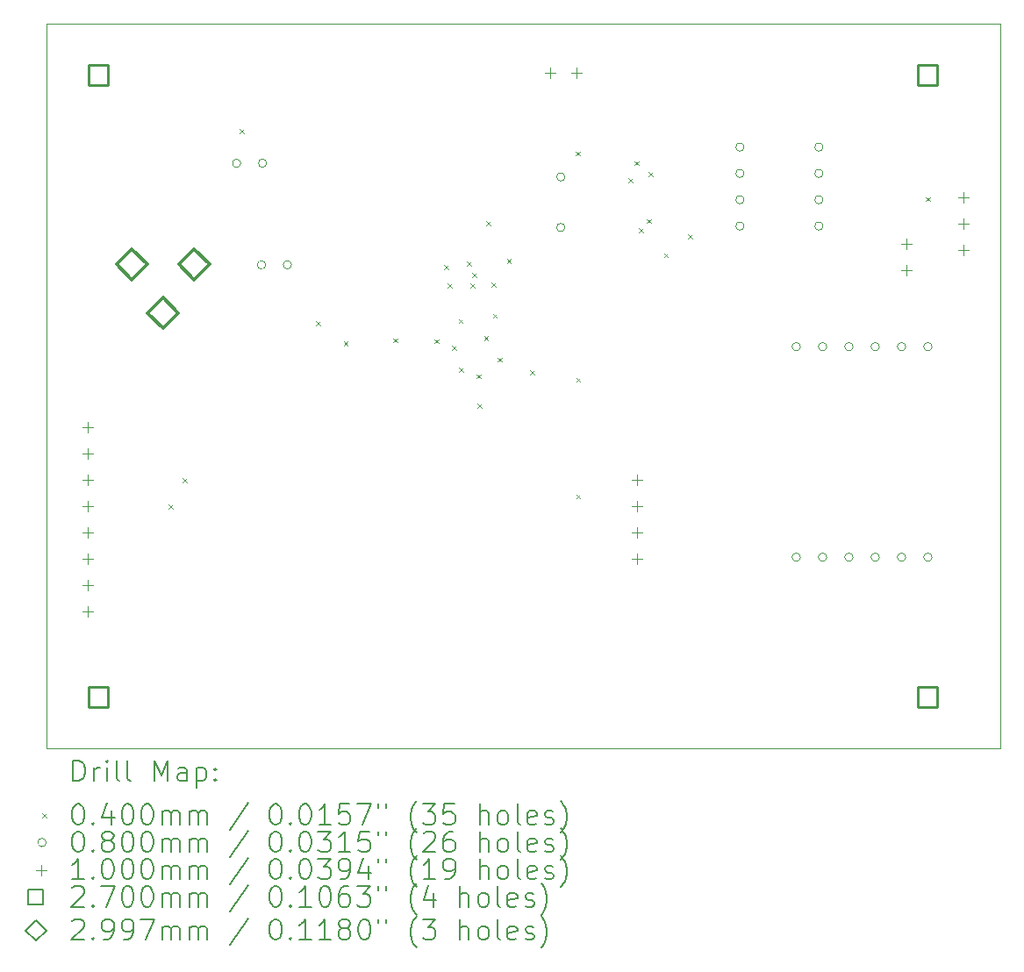
<source format=gbr>
%TF.GenerationSoftware,KiCad,Pcbnew,8.0.6*%
%TF.CreationDate,2025-01-19T13:54:37-05:00*%
%TF.ProjectId,RA2E1-CAN-Rev2,52413245-312d-4434-914e-2d526576322e,rev?*%
%TF.SameCoordinates,Original*%
%TF.FileFunction,Drillmap*%
%TF.FilePolarity,Positive*%
%FSLAX45Y45*%
G04 Gerber Fmt 4.5, Leading zero omitted, Abs format (unit mm)*
G04 Created by KiCad (PCBNEW 8.0.6) date 2025-01-19 13:54:37*
%MOMM*%
%LPD*%
G01*
G04 APERTURE LIST*
%ADD10C,0.050000*%
%ADD11C,0.200000*%
%ADD12C,0.100000*%
%ADD13C,0.270000*%
%ADD14C,0.299720*%
G04 APERTURE END LIST*
D10*
X7000000Y-2500000D02*
X7000000Y-9500000D01*
X16200000Y-2500000D02*
X16200000Y-9500000D01*
X16200000Y-9500000D02*
X7000000Y-9500000D01*
X7000000Y-2500000D02*
X16200000Y-2500000D01*
D11*
D12*
X8177700Y-7142000D02*
X8217700Y-7182000D01*
X8217700Y-7142000D02*
X8177700Y-7182000D01*
X8312960Y-6887560D02*
X8352960Y-6927560D01*
X8352960Y-6887560D02*
X8312960Y-6927560D01*
X8863110Y-3517450D02*
X8903110Y-3557450D01*
X8903110Y-3517450D02*
X8863110Y-3557450D01*
X9602700Y-5372300D02*
X9642700Y-5412300D01*
X9642700Y-5372300D02*
X9602700Y-5412300D01*
X9867120Y-5572150D02*
X9907120Y-5612150D01*
X9907120Y-5572150D02*
X9867120Y-5612150D01*
X10346420Y-5540180D02*
X10386420Y-5580180D01*
X10386420Y-5540180D02*
X10346420Y-5580180D01*
X10746460Y-5547990D02*
X10786460Y-5587990D01*
X10786460Y-5547990D02*
X10746460Y-5587990D01*
X10836410Y-4834840D02*
X10876410Y-4874840D01*
X10876410Y-4834840D02*
X10836410Y-4874840D01*
X10872960Y-5008220D02*
X10912960Y-5048220D01*
X10912960Y-5008220D02*
X10872960Y-5048220D01*
X10915580Y-5611250D02*
X10955580Y-5651250D01*
X10955580Y-5611250D02*
X10915580Y-5651250D01*
X10976340Y-5354100D02*
X11016340Y-5394100D01*
X11016340Y-5354100D02*
X10976340Y-5394100D01*
X10982160Y-5821520D02*
X11022160Y-5861520D01*
X11022160Y-5821520D02*
X10982160Y-5861520D01*
X11058470Y-4801520D02*
X11098470Y-4841520D01*
X11098470Y-4801520D02*
X11058470Y-4841520D01*
X11090160Y-5008060D02*
X11130160Y-5048060D01*
X11130160Y-5008060D02*
X11090160Y-5048060D01*
X11105820Y-4907880D02*
X11145820Y-4947880D01*
X11145820Y-4907880D02*
X11105820Y-4947880D01*
X11153330Y-5886880D02*
X11193330Y-5926880D01*
X11193330Y-5886880D02*
X11153330Y-5926880D01*
X11158740Y-6168020D02*
X11198740Y-6208020D01*
X11198740Y-6168020D02*
X11158740Y-6208020D01*
X11223460Y-5516640D02*
X11263460Y-5556640D01*
X11263460Y-5516640D02*
X11223460Y-5556640D01*
X11242700Y-4412300D02*
X11282700Y-4452300D01*
X11282700Y-4412300D02*
X11242700Y-4452300D01*
X11297060Y-4999990D02*
X11337060Y-5039990D01*
X11337060Y-4999990D02*
X11297060Y-5039990D01*
X11307800Y-5302870D02*
X11347800Y-5342870D01*
X11347800Y-5302870D02*
X11307800Y-5342870D01*
X11353430Y-5725120D02*
X11393430Y-5765120D01*
X11393430Y-5725120D02*
X11353430Y-5765120D01*
X11442100Y-4775380D02*
X11482100Y-4815380D01*
X11482100Y-4775380D02*
X11442100Y-4815380D01*
X11666740Y-5848220D02*
X11706740Y-5888220D01*
X11706740Y-5848220D02*
X11666740Y-5888220D01*
X12109070Y-3736590D02*
X12149070Y-3776590D01*
X12149070Y-3736590D02*
X12109070Y-3776590D01*
X12110990Y-5921310D02*
X12150990Y-5961310D01*
X12150990Y-5921310D02*
X12110990Y-5961310D01*
X12112170Y-7047490D02*
X12152170Y-7087490D01*
X12152170Y-7047490D02*
X12112170Y-7087490D01*
X12614760Y-3997030D02*
X12654760Y-4037030D01*
X12654760Y-3997030D02*
X12614760Y-4037030D01*
X12672010Y-3829450D02*
X12712010Y-3869450D01*
X12712010Y-3829450D02*
X12672010Y-3869450D01*
X12718420Y-4474800D02*
X12758420Y-4514800D01*
X12758420Y-4474800D02*
X12718420Y-4514800D01*
X12790920Y-4388300D02*
X12830920Y-4428300D01*
X12830920Y-4388300D02*
X12790920Y-4428300D01*
X12808560Y-3932880D02*
X12848560Y-3972880D01*
X12848560Y-3932880D02*
X12808560Y-3972880D01*
X12957700Y-4717300D02*
X12997700Y-4757300D01*
X12997700Y-4717300D02*
X12957700Y-4757300D01*
X13193753Y-4533353D02*
X13233753Y-4573353D01*
X13233753Y-4533353D02*
X13193753Y-4573353D01*
X15487700Y-4177300D02*
X15527700Y-4217300D01*
X15527700Y-4177300D02*
X15487700Y-4217300D01*
X8875000Y-3850000D02*
G75*
G02*
X8795000Y-3850000I-40000J0D01*
G01*
X8795000Y-3850000D02*
G75*
G02*
X8875000Y-3850000I40000J0D01*
G01*
X9115000Y-4830000D02*
G75*
G02*
X9035000Y-4830000I-40000J0D01*
G01*
X9035000Y-4830000D02*
G75*
G02*
X9115000Y-4830000I40000J0D01*
G01*
X9125000Y-3850000D02*
G75*
G02*
X9045000Y-3850000I-40000J0D01*
G01*
X9045000Y-3850000D02*
G75*
G02*
X9125000Y-3850000I40000J0D01*
G01*
X9365000Y-4830000D02*
G75*
G02*
X9285000Y-4830000I-40000J0D01*
G01*
X9285000Y-4830000D02*
G75*
G02*
X9365000Y-4830000I40000J0D01*
G01*
X12003400Y-3981800D02*
G75*
G02*
X11923400Y-3981800I-40000J0D01*
G01*
X11923400Y-3981800D02*
G75*
G02*
X12003400Y-3981800I40000J0D01*
G01*
X12003400Y-4469800D02*
G75*
G02*
X11923400Y-4469800I-40000J0D01*
G01*
X11923400Y-4469800D02*
G75*
G02*
X12003400Y-4469800I40000J0D01*
G01*
X13731600Y-3694400D02*
G75*
G02*
X13651600Y-3694400I-40000J0D01*
G01*
X13651600Y-3694400D02*
G75*
G02*
X13731600Y-3694400I40000J0D01*
G01*
X13731600Y-3948400D02*
G75*
G02*
X13651600Y-3948400I-40000J0D01*
G01*
X13651600Y-3948400D02*
G75*
G02*
X13731600Y-3948400I40000J0D01*
G01*
X13731600Y-4202400D02*
G75*
G02*
X13651600Y-4202400I-40000J0D01*
G01*
X13651600Y-4202400D02*
G75*
G02*
X13731600Y-4202400I40000J0D01*
G01*
X13731600Y-4456400D02*
G75*
G02*
X13651600Y-4456400I-40000J0D01*
G01*
X13651600Y-4456400D02*
G75*
G02*
X13731600Y-4456400I40000J0D01*
G01*
X14275000Y-5620000D02*
G75*
G02*
X14195000Y-5620000I-40000J0D01*
G01*
X14195000Y-5620000D02*
G75*
G02*
X14275000Y-5620000I40000J0D01*
G01*
X14275000Y-7652000D02*
G75*
G02*
X14195000Y-7652000I-40000J0D01*
G01*
X14195000Y-7652000D02*
G75*
G02*
X14275000Y-7652000I40000J0D01*
G01*
X14493600Y-3694400D02*
G75*
G02*
X14413600Y-3694400I-40000J0D01*
G01*
X14413600Y-3694400D02*
G75*
G02*
X14493600Y-3694400I40000J0D01*
G01*
X14493600Y-3948400D02*
G75*
G02*
X14413600Y-3948400I-40000J0D01*
G01*
X14413600Y-3948400D02*
G75*
G02*
X14493600Y-3948400I40000J0D01*
G01*
X14493600Y-4202400D02*
G75*
G02*
X14413600Y-4202400I-40000J0D01*
G01*
X14413600Y-4202400D02*
G75*
G02*
X14493600Y-4202400I40000J0D01*
G01*
X14493600Y-4456400D02*
G75*
G02*
X14413600Y-4456400I-40000J0D01*
G01*
X14413600Y-4456400D02*
G75*
G02*
X14493600Y-4456400I40000J0D01*
G01*
X14529000Y-5620000D02*
G75*
G02*
X14449000Y-5620000I-40000J0D01*
G01*
X14449000Y-5620000D02*
G75*
G02*
X14529000Y-5620000I40000J0D01*
G01*
X14529000Y-7652000D02*
G75*
G02*
X14449000Y-7652000I-40000J0D01*
G01*
X14449000Y-7652000D02*
G75*
G02*
X14529000Y-7652000I40000J0D01*
G01*
X14783000Y-5620000D02*
G75*
G02*
X14703000Y-5620000I-40000J0D01*
G01*
X14703000Y-5620000D02*
G75*
G02*
X14783000Y-5620000I40000J0D01*
G01*
X14783000Y-7652000D02*
G75*
G02*
X14703000Y-7652000I-40000J0D01*
G01*
X14703000Y-7652000D02*
G75*
G02*
X14783000Y-7652000I40000J0D01*
G01*
X15037000Y-5620000D02*
G75*
G02*
X14957000Y-5620000I-40000J0D01*
G01*
X14957000Y-5620000D02*
G75*
G02*
X15037000Y-5620000I40000J0D01*
G01*
X15037000Y-7652000D02*
G75*
G02*
X14957000Y-7652000I-40000J0D01*
G01*
X14957000Y-7652000D02*
G75*
G02*
X15037000Y-7652000I40000J0D01*
G01*
X15291000Y-5620000D02*
G75*
G02*
X15211000Y-5620000I-40000J0D01*
G01*
X15211000Y-5620000D02*
G75*
G02*
X15291000Y-5620000I40000J0D01*
G01*
X15291000Y-7652000D02*
G75*
G02*
X15211000Y-7652000I-40000J0D01*
G01*
X15211000Y-7652000D02*
G75*
G02*
X15291000Y-7652000I40000J0D01*
G01*
X15545000Y-5620000D02*
G75*
G02*
X15465000Y-5620000I-40000J0D01*
G01*
X15465000Y-5620000D02*
G75*
G02*
X15545000Y-5620000I40000J0D01*
G01*
X15545000Y-7652000D02*
G75*
G02*
X15465000Y-7652000I-40000J0D01*
G01*
X15465000Y-7652000D02*
G75*
G02*
X15545000Y-7652000I40000J0D01*
G01*
X7400000Y-6350000D02*
X7400000Y-6450000D01*
X7350000Y-6400000D02*
X7450000Y-6400000D01*
X7400000Y-6604000D02*
X7400000Y-6704000D01*
X7350000Y-6654000D02*
X7450000Y-6654000D01*
X7400000Y-6858000D02*
X7400000Y-6958000D01*
X7350000Y-6908000D02*
X7450000Y-6908000D01*
X7400000Y-7112000D02*
X7400000Y-7212000D01*
X7350000Y-7162000D02*
X7450000Y-7162000D01*
X7400000Y-7366000D02*
X7400000Y-7466000D01*
X7350000Y-7416000D02*
X7450000Y-7416000D01*
X7400000Y-7620000D02*
X7400000Y-7720000D01*
X7350000Y-7670000D02*
X7450000Y-7670000D01*
X7400000Y-7874000D02*
X7400000Y-7974000D01*
X7350000Y-7924000D02*
X7450000Y-7924000D01*
X7400000Y-8128000D02*
X7400000Y-8228000D01*
X7350000Y-8178000D02*
X7450000Y-8178000D01*
X11863800Y-2929700D02*
X11863800Y-3029700D01*
X11813800Y-2979700D02*
X11913800Y-2979700D01*
X12117800Y-2929700D02*
X12117800Y-3029700D01*
X12067800Y-2979700D02*
X12167800Y-2979700D01*
X12700000Y-6858000D02*
X12700000Y-6958000D01*
X12650000Y-6908000D02*
X12750000Y-6908000D01*
X12700000Y-7112000D02*
X12700000Y-7212000D01*
X12650000Y-7162000D02*
X12750000Y-7162000D01*
X12700000Y-7366000D02*
X12700000Y-7466000D01*
X12650000Y-7416000D02*
X12750000Y-7416000D01*
X12700000Y-7620000D02*
X12700000Y-7720000D01*
X12650000Y-7670000D02*
X12750000Y-7670000D01*
X15295000Y-4577500D02*
X15295000Y-4677500D01*
X15245000Y-4627500D02*
X15345000Y-4627500D01*
X15295000Y-4831500D02*
X15295000Y-4931500D01*
X15245000Y-4881500D02*
X15345000Y-4881500D01*
X15850000Y-4130000D02*
X15850000Y-4230000D01*
X15800000Y-4180000D02*
X15900000Y-4180000D01*
X15850000Y-4384000D02*
X15850000Y-4484000D01*
X15800000Y-4434000D02*
X15900000Y-4434000D01*
X15850000Y-4638000D02*
X15850000Y-4738000D01*
X15800000Y-4688000D02*
X15900000Y-4688000D01*
D13*
X7595460Y-3095460D02*
X7595460Y-2904540D01*
X7404540Y-2904540D01*
X7404540Y-3095460D01*
X7595460Y-3095460D01*
X7595460Y-9095460D02*
X7595460Y-8904540D01*
X7404540Y-8904540D01*
X7404540Y-9095460D01*
X7595460Y-9095460D01*
X15595460Y-3095460D02*
X15595460Y-2904540D01*
X15404540Y-2904540D01*
X15404540Y-3095460D01*
X15595460Y-3095460D01*
X15595460Y-9095460D02*
X15595460Y-8904540D01*
X15404540Y-8904540D01*
X15404540Y-9095460D01*
X15595460Y-9095460D01*
D14*
X7825000Y-4974860D02*
X7974860Y-4825000D01*
X7825000Y-4675140D01*
X7675140Y-4825000D01*
X7825000Y-4974860D01*
X8125000Y-5444860D02*
X8274860Y-5295000D01*
X8125000Y-5145140D01*
X7975140Y-5295000D01*
X8125000Y-5444860D01*
X8425000Y-4974860D02*
X8574860Y-4825000D01*
X8425000Y-4675140D01*
X8275140Y-4825000D01*
X8425000Y-4974860D01*
D11*
X7258277Y-9813984D02*
X7258277Y-9613984D01*
X7258277Y-9613984D02*
X7305896Y-9613984D01*
X7305896Y-9613984D02*
X7334467Y-9623508D01*
X7334467Y-9623508D02*
X7353515Y-9642555D01*
X7353515Y-9642555D02*
X7363039Y-9661603D01*
X7363039Y-9661603D02*
X7372562Y-9699698D01*
X7372562Y-9699698D02*
X7372562Y-9728270D01*
X7372562Y-9728270D02*
X7363039Y-9766365D01*
X7363039Y-9766365D02*
X7353515Y-9785412D01*
X7353515Y-9785412D02*
X7334467Y-9804460D01*
X7334467Y-9804460D02*
X7305896Y-9813984D01*
X7305896Y-9813984D02*
X7258277Y-9813984D01*
X7458277Y-9813984D02*
X7458277Y-9680650D01*
X7458277Y-9718746D02*
X7467801Y-9699698D01*
X7467801Y-9699698D02*
X7477324Y-9690174D01*
X7477324Y-9690174D02*
X7496372Y-9680650D01*
X7496372Y-9680650D02*
X7515420Y-9680650D01*
X7582086Y-9813984D02*
X7582086Y-9680650D01*
X7582086Y-9613984D02*
X7572562Y-9623508D01*
X7572562Y-9623508D02*
X7582086Y-9633031D01*
X7582086Y-9633031D02*
X7591610Y-9623508D01*
X7591610Y-9623508D02*
X7582086Y-9613984D01*
X7582086Y-9613984D02*
X7582086Y-9633031D01*
X7705896Y-9813984D02*
X7686848Y-9804460D01*
X7686848Y-9804460D02*
X7677324Y-9785412D01*
X7677324Y-9785412D02*
X7677324Y-9613984D01*
X7810658Y-9813984D02*
X7791610Y-9804460D01*
X7791610Y-9804460D02*
X7782086Y-9785412D01*
X7782086Y-9785412D02*
X7782086Y-9613984D01*
X8039229Y-9813984D02*
X8039229Y-9613984D01*
X8039229Y-9613984D02*
X8105896Y-9756841D01*
X8105896Y-9756841D02*
X8172562Y-9613984D01*
X8172562Y-9613984D02*
X8172562Y-9813984D01*
X8353515Y-9813984D02*
X8353515Y-9709222D01*
X8353515Y-9709222D02*
X8343991Y-9690174D01*
X8343991Y-9690174D02*
X8324943Y-9680650D01*
X8324943Y-9680650D02*
X8286848Y-9680650D01*
X8286848Y-9680650D02*
X8267801Y-9690174D01*
X8353515Y-9804460D02*
X8334467Y-9813984D01*
X8334467Y-9813984D02*
X8286848Y-9813984D01*
X8286848Y-9813984D02*
X8267801Y-9804460D01*
X8267801Y-9804460D02*
X8258277Y-9785412D01*
X8258277Y-9785412D02*
X8258277Y-9766365D01*
X8258277Y-9766365D02*
X8267801Y-9747317D01*
X8267801Y-9747317D02*
X8286848Y-9737793D01*
X8286848Y-9737793D02*
X8334467Y-9737793D01*
X8334467Y-9737793D02*
X8353515Y-9728270D01*
X8448753Y-9680650D02*
X8448753Y-9880650D01*
X8448753Y-9690174D02*
X8467801Y-9680650D01*
X8467801Y-9680650D02*
X8505896Y-9680650D01*
X8505896Y-9680650D02*
X8524944Y-9690174D01*
X8524944Y-9690174D02*
X8534467Y-9699698D01*
X8534467Y-9699698D02*
X8543991Y-9718746D01*
X8543991Y-9718746D02*
X8543991Y-9775889D01*
X8543991Y-9775889D02*
X8534467Y-9794936D01*
X8534467Y-9794936D02*
X8524944Y-9804460D01*
X8524944Y-9804460D02*
X8505896Y-9813984D01*
X8505896Y-9813984D02*
X8467801Y-9813984D01*
X8467801Y-9813984D02*
X8448753Y-9804460D01*
X8629705Y-9794936D02*
X8639229Y-9804460D01*
X8639229Y-9804460D02*
X8629705Y-9813984D01*
X8629705Y-9813984D02*
X8620182Y-9804460D01*
X8620182Y-9804460D02*
X8629705Y-9794936D01*
X8629705Y-9794936D02*
X8629705Y-9813984D01*
X8629705Y-9690174D02*
X8639229Y-9699698D01*
X8639229Y-9699698D02*
X8629705Y-9709222D01*
X8629705Y-9709222D02*
X8620182Y-9699698D01*
X8620182Y-9699698D02*
X8629705Y-9690174D01*
X8629705Y-9690174D02*
X8629705Y-9709222D01*
D12*
X6957500Y-10122500D02*
X6997500Y-10162500D01*
X6997500Y-10122500D02*
X6957500Y-10162500D01*
D11*
X7296372Y-10033984D02*
X7315420Y-10033984D01*
X7315420Y-10033984D02*
X7334467Y-10043508D01*
X7334467Y-10043508D02*
X7343991Y-10053031D01*
X7343991Y-10053031D02*
X7353515Y-10072079D01*
X7353515Y-10072079D02*
X7363039Y-10110174D01*
X7363039Y-10110174D02*
X7363039Y-10157793D01*
X7363039Y-10157793D02*
X7353515Y-10195889D01*
X7353515Y-10195889D02*
X7343991Y-10214936D01*
X7343991Y-10214936D02*
X7334467Y-10224460D01*
X7334467Y-10224460D02*
X7315420Y-10233984D01*
X7315420Y-10233984D02*
X7296372Y-10233984D01*
X7296372Y-10233984D02*
X7277324Y-10224460D01*
X7277324Y-10224460D02*
X7267801Y-10214936D01*
X7267801Y-10214936D02*
X7258277Y-10195889D01*
X7258277Y-10195889D02*
X7248753Y-10157793D01*
X7248753Y-10157793D02*
X7248753Y-10110174D01*
X7248753Y-10110174D02*
X7258277Y-10072079D01*
X7258277Y-10072079D02*
X7267801Y-10053031D01*
X7267801Y-10053031D02*
X7277324Y-10043508D01*
X7277324Y-10043508D02*
X7296372Y-10033984D01*
X7448753Y-10214936D02*
X7458277Y-10224460D01*
X7458277Y-10224460D02*
X7448753Y-10233984D01*
X7448753Y-10233984D02*
X7439229Y-10224460D01*
X7439229Y-10224460D02*
X7448753Y-10214936D01*
X7448753Y-10214936D02*
X7448753Y-10233984D01*
X7629705Y-10100650D02*
X7629705Y-10233984D01*
X7582086Y-10024460D02*
X7534467Y-10167317D01*
X7534467Y-10167317D02*
X7658277Y-10167317D01*
X7772562Y-10033984D02*
X7791610Y-10033984D01*
X7791610Y-10033984D02*
X7810658Y-10043508D01*
X7810658Y-10043508D02*
X7820182Y-10053031D01*
X7820182Y-10053031D02*
X7829705Y-10072079D01*
X7829705Y-10072079D02*
X7839229Y-10110174D01*
X7839229Y-10110174D02*
X7839229Y-10157793D01*
X7839229Y-10157793D02*
X7829705Y-10195889D01*
X7829705Y-10195889D02*
X7820182Y-10214936D01*
X7820182Y-10214936D02*
X7810658Y-10224460D01*
X7810658Y-10224460D02*
X7791610Y-10233984D01*
X7791610Y-10233984D02*
X7772562Y-10233984D01*
X7772562Y-10233984D02*
X7753515Y-10224460D01*
X7753515Y-10224460D02*
X7743991Y-10214936D01*
X7743991Y-10214936D02*
X7734467Y-10195889D01*
X7734467Y-10195889D02*
X7724943Y-10157793D01*
X7724943Y-10157793D02*
X7724943Y-10110174D01*
X7724943Y-10110174D02*
X7734467Y-10072079D01*
X7734467Y-10072079D02*
X7743991Y-10053031D01*
X7743991Y-10053031D02*
X7753515Y-10043508D01*
X7753515Y-10043508D02*
X7772562Y-10033984D01*
X7963039Y-10033984D02*
X7982086Y-10033984D01*
X7982086Y-10033984D02*
X8001134Y-10043508D01*
X8001134Y-10043508D02*
X8010658Y-10053031D01*
X8010658Y-10053031D02*
X8020182Y-10072079D01*
X8020182Y-10072079D02*
X8029705Y-10110174D01*
X8029705Y-10110174D02*
X8029705Y-10157793D01*
X8029705Y-10157793D02*
X8020182Y-10195889D01*
X8020182Y-10195889D02*
X8010658Y-10214936D01*
X8010658Y-10214936D02*
X8001134Y-10224460D01*
X8001134Y-10224460D02*
X7982086Y-10233984D01*
X7982086Y-10233984D02*
X7963039Y-10233984D01*
X7963039Y-10233984D02*
X7943991Y-10224460D01*
X7943991Y-10224460D02*
X7934467Y-10214936D01*
X7934467Y-10214936D02*
X7924943Y-10195889D01*
X7924943Y-10195889D02*
X7915420Y-10157793D01*
X7915420Y-10157793D02*
X7915420Y-10110174D01*
X7915420Y-10110174D02*
X7924943Y-10072079D01*
X7924943Y-10072079D02*
X7934467Y-10053031D01*
X7934467Y-10053031D02*
X7943991Y-10043508D01*
X7943991Y-10043508D02*
X7963039Y-10033984D01*
X8115420Y-10233984D02*
X8115420Y-10100650D01*
X8115420Y-10119698D02*
X8124943Y-10110174D01*
X8124943Y-10110174D02*
X8143991Y-10100650D01*
X8143991Y-10100650D02*
X8172563Y-10100650D01*
X8172563Y-10100650D02*
X8191610Y-10110174D01*
X8191610Y-10110174D02*
X8201134Y-10129222D01*
X8201134Y-10129222D02*
X8201134Y-10233984D01*
X8201134Y-10129222D02*
X8210658Y-10110174D01*
X8210658Y-10110174D02*
X8229705Y-10100650D01*
X8229705Y-10100650D02*
X8258277Y-10100650D01*
X8258277Y-10100650D02*
X8277324Y-10110174D01*
X8277324Y-10110174D02*
X8286848Y-10129222D01*
X8286848Y-10129222D02*
X8286848Y-10233984D01*
X8382086Y-10233984D02*
X8382086Y-10100650D01*
X8382086Y-10119698D02*
X8391610Y-10110174D01*
X8391610Y-10110174D02*
X8410658Y-10100650D01*
X8410658Y-10100650D02*
X8439229Y-10100650D01*
X8439229Y-10100650D02*
X8458277Y-10110174D01*
X8458277Y-10110174D02*
X8467801Y-10129222D01*
X8467801Y-10129222D02*
X8467801Y-10233984D01*
X8467801Y-10129222D02*
X8477325Y-10110174D01*
X8477325Y-10110174D02*
X8496372Y-10100650D01*
X8496372Y-10100650D02*
X8524944Y-10100650D01*
X8524944Y-10100650D02*
X8543991Y-10110174D01*
X8543991Y-10110174D02*
X8553515Y-10129222D01*
X8553515Y-10129222D02*
X8553515Y-10233984D01*
X8943991Y-10024460D02*
X8772563Y-10281603D01*
X9201134Y-10033984D02*
X9220182Y-10033984D01*
X9220182Y-10033984D02*
X9239229Y-10043508D01*
X9239229Y-10043508D02*
X9248753Y-10053031D01*
X9248753Y-10053031D02*
X9258277Y-10072079D01*
X9258277Y-10072079D02*
X9267801Y-10110174D01*
X9267801Y-10110174D02*
X9267801Y-10157793D01*
X9267801Y-10157793D02*
X9258277Y-10195889D01*
X9258277Y-10195889D02*
X9248753Y-10214936D01*
X9248753Y-10214936D02*
X9239229Y-10224460D01*
X9239229Y-10224460D02*
X9220182Y-10233984D01*
X9220182Y-10233984D02*
X9201134Y-10233984D01*
X9201134Y-10233984D02*
X9182087Y-10224460D01*
X9182087Y-10224460D02*
X9172563Y-10214936D01*
X9172563Y-10214936D02*
X9163039Y-10195889D01*
X9163039Y-10195889D02*
X9153515Y-10157793D01*
X9153515Y-10157793D02*
X9153515Y-10110174D01*
X9153515Y-10110174D02*
X9163039Y-10072079D01*
X9163039Y-10072079D02*
X9172563Y-10053031D01*
X9172563Y-10053031D02*
X9182087Y-10043508D01*
X9182087Y-10043508D02*
X9201134Y-10033984D01*
X9353515Y-10214936D02*
X9363039Y-10224460D01*
X9363039Y-10224460D02*
X9353515Y-10233984D01*
X9353515Y-10233984D02*
X9343991Y-10224460D01*
X9343991Y-10224460D02*
X9353515Y-10214936D01*
X9353515Y-10214936D02*
X9353515Y-10233984D01*
X9486848Y-10033984D02*
X9505896Y-10033984D01*
X9505896Y-10033984D02*
X9524944Y-10043508D01*
X9524944Y-10043508D02*
X9534468Y-10053031D01*
X9534468Y-10053031D02*
X9543991Y-10072079D01*
X9543991Y-10072079D02*
X9553515Y-10110174D01*
X9553515Y-10110174D02*
X9553515Y-10157793D01*
X9553515Y-10157793D02*
X9543991Y-10195889D01*
X9543991Y-10195889D02*
X9534468Y-10214936D01*
X9534468Y-10214936D02*
X9524944Y-10224460D01*
X9524944Y-10224460D02*
X9505896Y-10233984D01*
X9505896Y-10233984D02*
X9486848Y-10233984D01*
X9486848Y-10233984D02*
X9467801Y-10224460D01*
X9467801Y-10224460D02*
X9458277Y-10214936D01*
X9458277Y-10214936D02*
X9448753Y-10195889D01*
X9448753Y-10195889D02*
X9439229Y-10157793D01*
X9439229Y-10157793D02*
X9439229Y-10110174D01*
X9439229Y-10110174D02*
X9448753Y-10072079D01*
X9448753Y-10072079D02*
X9458277Y-10053031D01*
X9458277Y-10053031D02*
X9467801Y-10043508D01*
X9467801Y-10043508D02*
X9486848Y-10033984D01*
X9743991Y-10233984D02*
X9629706Y-10233984D01*
X9686848Y-10233984D02*
X9686848Y-10033984D01*
X9686848Y-10033984D02*
X9667801Y-10062555D01*
X9667801Y-10062555D02*
X9648753Y-10081603D01*
X9648753Y-10081603D02*
X9629706Y-10091127D01*
X9924944Y-10033984D02*
X9829706Y-10033984D01*
X9829706Y-10033984D02*
X9820182Y-10129222D01*
X9820182Y-10129222D02*
X9829706Y-10119698D01*
X9829706Y-10119698D02*
X9848753Y-10110174D01*
X9848753Y-10110174D02*
X9896372Y-10110174D01*
X9896372Y-10110174D02*
X9915420Y-10119698D01*
X9915420Y-10119698D02*
X9924944Y-10129222D01*
X9924944Y-10129222D02*
X9934468Y-10148270D01*
X9934468Y-10148270D02*
X9934468Y-10195889D01*
X9934468Y-10195889D02*
X9924944Y-10214936D01*
X9924944Y-10214936D02*
X9915420Y-10224460D01*
X9915420Y-10224460D02*
X9896372Y-10233984D01*
X9896372Y-10233984D02*
X9848753Y-10233984D01*
X9848753Y-10233984D02*
X9829706Y-10224460D01*
X9829706Y-10224460D02*
X9820182Y-10214936D01*
X10001134Y-10033984D02*
X10134468Y-10033984D01*
X10134468Y-10033984D02*
X10048753Y-10233984D01*
X10201134Y-10033984D02*
X10201134Y-10072079D01*
X10277325Y-10033984D02*
X10277325Y-10072079D01*
X10572563Y-10310174D02*
X10563039Y-10300650D01*
X10563039Y-10300650D02*
X10543991Y-10272079D01*
X10543991Y-10272079D02*
X10534468Y-10253031D01*
X10534468Y-10253031D02*
X10524944Y-10224460D01*
X10524944Y-10224460D02*
X10515420Y-10176841D01*
X10515420Y-10176841D02*
X10515420Y-10138746D01*
X10515420Y-10138746D02*
X10524944Y-10091127D01*
X10524944Y-10091127D02*
X10534468Y-10062555D01*
X10534468Y-10062555D02*
X10543991Y-10043508D01*
X10543991Y-10043508D02*
X10563039Y-10014936D01*
X10563039Y-10014936D02*
X10572563Y-10005412D01*
X10629706Y-10033984D02*
X10753515Y-10033984D01*
X10753515Y-10033984D02*
X10686849Y-10110174D01*
X10686849Y-10110174D02*
X10715420Y-10110174D01*
X10715420Y-10110174D02*
X10734468Y-10119698D01*
X10734468Y-10119698D02*
X10743991Y-10129222D01*
X10743991Y-10129222D02*
X10753515Y-10148270D01*
X10753515Y-10148270D02*
X10753515Y-10195889D01*
X10753515Y-10195889D02*
X10743991Y-10214936D01*
X10743991Y-10214936D02*
X10734468Y-10224460D01*
X10734468Y-10224460D02*
X10715420Y-10233984D01*
X10715420Y-10233984D02*
X10658277Y-10233984D01*
X10658277Y-10233984D02*
X10639230Y-10224460D01*
X10639230Y-10224460D02*
X10629706Y-10214936D01*
X10934468Y-10033984D02*
X10839230Y-10033984D01*
X10839230Y-10033984D02*
X10829706Y-10129222D01*
X10829706Y-10129222D02*
X10839230Y-10119698D01*
X10839230Y-10119698D02*
X10858277Y-10110174D01*
X10858277Y-10110174D02*
X10905896Y-10110174D01*
X10905896Y-10110174D02*
X10924944Y-10119698D01*
X10924944Y-10119698D02*
X10934468Y-10129222D01*
X10934468Y-10129222D02*
X10943991Y-10148270D01*
X10943991Y-10148270D02*
X10943991Y-10195889D01*
X10943991Y-10195889D02*
X10934468Y-10214936D01*
X10934468Y-10214936D02*
X10924944Y-10224460D01*
X10924944Y-10224460D02*
X10905896Y-10233984D01*
X10905896Y-10233984D02*
X10858277Y-10233984D01*
X10858277Y-10233984D02*
X10839230Y-10224460D01*
X10839230Y-10224460D02*
X10829706Y-10214936D01*
X11182087Y-10233984D02*
X11182087Y-10033984D01*
X11267801Y-10233984D02*
X11267801Y-10129222D01*
X11267801Y-10129222D02*
X11258277Y-10110174D01*
X11258277Y-10110174D02*
X11239230Y-10100650D01*
X11239230Y-10100650D02*
X11210658Y-10100650D01*
X11210658Y-10100650D02*
X11191610Y-10110174D01*
X11191610Y-10110174D02*
X11182087Y-10119698D01*
X11391610Y-10233984D02*
X11372563Y-10224460D01*
X11372563Y-10224460D02*
X11363039Y-10214936D01*
X11363039Y-10214936D02*
X11353515Y-10195889D01*
X11353515Y-10195889D02*
X11353515Y-10138746D01*
X11353515Y-10138746D02*
X11363039Y-10119698D01*
X11363039Y-10119698D02*
X11372563Y-10110174D01*
X11372563Y-10110174D02*
X11391610Y-10100650D01*
X11391610Y-10100650D02*
X11420182Y-10100650D01*
X11420182Y-10100650D02*
X11439230Y-10110174D01*
X11439230Y-10110174D02*
X11448753Y-10119698D01*
X11448753Y-10119698D02*
X11458277Y-10138746D01*
X11458277Y-10138746D02*
X11458277Y-10195889D01*
X11458277Y-10195889D02*
X11448753Y-10214936D01*
X11448753Y-10214936D02*
X11439230Y-10224460D01*
X11439230Y-10224460D02*
X11420182Y-10233984D01*
X11420182Y-10233984D02*
X11391610Y-10233984D01*
X11572563Y-10233984D02*
X11553515Y-10224460D01*
X11553515Y-10224460D02*
X11543991Y-10205412D01*
X11543991Y-10205412D02*
X11543991Y-10033984D01*
X11724944Y-10224460D02*
X11705896Y-10233984D01*
X11705896Y-10233984D02*
X11667801Y-10233984D01*
X11667801Y-10233984D02*
X11648753Y-10224460D01*
X11648753Y-10224460D02*
X11639230Y-10205412D01*
X11639230Y-10205412D02*
X11639230Y-10129222D01*
X11639230Y-10129222D02*
X11648753Y-10110174D01*
X11648753Y-10110174D02*
X11667801Y-10100650D01*
X11667801Y-10100650D02*
X11705896Y-10100650D01*
X11705896Y-10100650D02*
X11724944Y-10110174D01*
X11724944Y-10110174D02*
X11734468Y-10129222D01*
X11734468Y-10129222D02*
X11734468Y-10148270D01*
X11734468Y-10148270D02*
X11639230Y-10167317D01*
X11810658Y-10224460D02*
X11829706Y-10233984D01*
X11829706Y-10233984D02*
X11867801Y-10233984D01*
X11867801Y-10233984D02*
X11886849Y-10224460D01*
X11886849Y-10224460D02*
X11896372Y-10205412D01*
X11896372Y-10205412D02*
X11896372Y-10195889D01*
X11896372Y-10195889D02*
X11886849Y-10176841D01*
X11886849Y-10176841D02*
X11867801Y-10167317D01*
X11867801Y-10167317D02*
X11839230Y-10167317D01*
X11839230Y-10167317D02*
X11820182Y-10157793D01*
X11820182Y-10157793D02*
X11810658Y-10138746D01*
X11810658Y-10138746D02*
X11810658Y-10129222D01*
X11810658Y-10129222D02*
X11820182Y-10110174D01*
X11820182Y-10110174D02*
X11839230Y-10100650D01*
X11839230Y-10100650D02*
X11867801Y-10100650D01*
X11867801Y-10100650D02*
X11886849Y-10110174D01*
X11963039Y-10310174D02*
X11972563Y-10300650D01*
X11972563Y-10300650D02*
X11991611Y-10272079D01*
X11991611Y-10272079D02*
X12001134Y-10253031D01*
X12001134Y-10253031D02*
X12010658Y-10224460D01*
X12010658Y-10224460D02*
X12020182Y-10176841D01*
X12020182Y-10176841D02*
X12020182Y-10138746D01*
X12020182Y-10138746D02*
X12010658Y-10091127D01*
X12010658Y-10091127D02*
X12001134Y-10062555D01*
X12001134Y-10062555D02*
X11991611Y-10043508D01*
X11991611Y-10043508D02*
X11972563Y-10014936D01*
X11972563Y-10014936D02*
X11963039Y-10005412D01*
D12*
X6997500Y-10406500D02*
G75*
G02*
X6917500Y-10406500I-40000J0D01*
G01*
X6917500Y-10406500D02*
G75*
G02*
X6997500Y-10406500I40000J0D01*
G01*
D11*
X7296372Y-10297984D02*
X7315420Y-10297984D01*
X7315420Y-10297984D02*
X7334467Y-10307508D01*
X7334467Y-10307508D02*
X7343991Y-10317031D01*
X7343991Y-10317031D02*
X7353515Y-10336079D01*
X7353515Y-10336079D02*
X7363039Y-10374174D01*
X7363039Y-10374174D02*
X7363039Y-10421793D01*
X7363039Y-10421793D02*
X7353515Y-10459889D01*
X7353515Y-10459889D02*
X7343991Y-10478936D01*
X7343991Y-10478936D02*
X7334467Y-10488460D01*
X7334467Y-10488460D02*
X7315420Y-10497984D01*
X7315420Y-10497984D02*
X7296372Y-10497984D01*
X7296372Y-10497984D02*
X7277324Y-10488460D01*
X7277324Y-10488460D02*
X7267801Y-10478936D01*
X7267801Y-10478936D02*
X7258277Y-10459889D01*
X7258277Y-10459889D02*
X7248753Y-10421793D01*
X7248753Y-10421793D02*
X7248753Y-10374174D01*
X7248753Y-10374174D02*
X7258277Y-10336079D01*
X7258277Y-10336079D02*
X7267801Y-10317031D01*
X7267801Y-10317031D02*
X7277324Y-10307508D01*
X7277324Y-10307508D02*
X7296372Y-10297984D01*
X7448753Y-10478936D02*
X7458277Y-10488460D01*
X7458277Y-10488460D02*
X7448753Y-10497984D01*
X7448753Y-10497984D02*
X7439229Y-10488460D01*
X7439229Y-10488460D02*
X7448753Y-10478936D01*
X7448753Y-10478936D02*
X7448753Y-10497984D01*
X7572562Y-10383698D02*
X7553515Y-10374174D01*
X7553515Y-10374174D02*
X7543991Y-10364650D01*
X7543991Y-10364650D02*
X7534467Y-10345603D01*
X7534467Y-10345603D02*
X7534467Y-10336079D01*
X7534467Y-10336079D02*
X7543991Y-10317031D01*
X7543991Y-10317031D02*
X7553515Y-10307508D01*
X7553515Y-10307508D02*
X7572562Y-10297984D01*
X7572562Y-10297984D02*
X7610658Y-10297984D01*
X7610658Y-10297984D02*
X7629705Y-10307508D01*
X7629705Y-10307508D02*
X7639229Y-10317031D01*
X7639229Y-10317031D02*
X7648753Y-10336079D01*
X7648753Y-10336079D02*
X7648753Y-10345603D01*
X7648753Y-10345603D02*
X7639229Y-10364650D01*
X7639229Y-10364650D02*
X7629705Y-10374174D01*
X7629705Y-10374174D02*
X7610658Y-10383698D01*
X7610658Y-10383698D02*
X7572562Y-10383698D01*
X7572562Y-10383698D02*
X7553515Y-10393222D01*
X7553515Y-10393222D02*
X7543991Y-10402746D01*
X7543991Y-10402746D02*
X7534467Y-10421793D01*
X7534467Y-10421793D02*
X7534467Y-10459889D01*
X7534467Y-10459889D02*
X7543991Y-10478936D01*
X7543991Y-10478936D02*
X7553515Y-10488460D01*
X7553515Y-10488460D02*
X7572562Y-10497984D01*
X7572562Y-10497984D02*
X7610658Y-10497984D01*
X7610658Y-10497984D02*
X7629705Y-10488460D01*
X7629705Y-10488460D02*
X7639229Y-10478936D01*
X7639229Y-10478936D02*
X7648753Y-10459889D01*
X7648753Y-10459889D02*
X7648753Y-10421793D01*
X7648753Y-10421793D02*
X7639229Y-10402746D01*
X7639229Y-10402746D02*
X7629705Y-10393222D01*
X7629705Y-10393222D02*
X7610658Y-10383698D01*
X7772562Y-10297984D02*
X7791610Y-10297984D01*
X7791610Y-10297984D02*
X7810658Y-10307508D01*
X7810658Y-10307508D02*
X7820182Y-10317031D01*
X7820182Y-10317031D02*
X7829705Y-10336079D01*
X7829705Y-10336079D02*
X7839229Y-10374174D01*
X7839229Y-10374174D02*
X7839229Y-10421793D01*
X7839229Y-10421793D02*
X7829705Y-10459889D01*
X7829705Y-10459889D02*
X7820182Y-10478936D01*
X7820182Y-10478936D02*
X7810658Y-10488460D01*
X7810658Y-10488460D02*
X7791610Y-10497984D01*
X7791610Y-10497984D02*
X7772562Y-10497984D01*
X7772562Y-10497984D02*
X7753515Y-10488460D01*
X7753515Y-10488460D02*
X7743991Y-10478936D01*
X7743991Y-10478936D02*
X7734467Y-10459889D01*
X7734467Y-10459889D02*
X7724943Y-10421793D01*
X7724943Y-10421793D02*
X7724943Y-10374174D01*
X7724943Y-10374174D02*
X7734467Y-10336079D01*
X7734467Y-10336079D02*
X7743991Y-10317031D01*
X7743991Y-10317031D02*
X7753515Y-10307508D01*
X7753515Y-10307508D02*
X7772562Y-10297984D01*
X7963039Y-10297984D02*
X7982086Y-10297984D01*
X7982086Y-10297984D02*
X8001134Y-10307508D01*
X8001134Y-10307508D02*
X8010658Y-10317031D01*
X8010658Y-10317031D02*
X8020182Y-10336079D01*
X8020182Y-10336079D02*
X8029705Y-10374174D01*
X8029705Y-10374174D02*
X8029705Y-10421793D01*
X8029705Y-10421793D02*
X8020182Y-10459889D01*
X8020182Y-10459889D02*
X8010658Y-10478936D01*
X8010658Y-10478936D02*
X8001134Y-10488460D01*
X8001134Y-10488460D02*
X7982086Y-10497984D01*
X7982086Y-10497984D02*
X7963039Y-10497984D01*
X7963039Y-10497984D02*
X7943991Y-10488460D01*
X7943991Y-10488460D02*
X7934467Y-10478936D01*
X7934467Y-10478936D02*
X7924943Y-10459889D01*
X7924943Y-10459889D02*
X7915420Y-10421793D01*
X7915420Y-10421793D02*
X7915420Y-10374174D01*
X7915420Y-10374174D02*
X7924943Y-10336079D01*
X7924943Y-10336079D02*
X7934467Y-10317031D01*
X7934467Y-10317031D02*
X7943991Y-10307508D01*
X7943991Y-10307508D02*
X7963039Y-10297984D01*
X8115420Y-10497984D02*
X8115420Y-10364650D01*
X8115420Y-10383698D02*
X8124943Y-10374174D01*
X8124943Y-10374174D02*
X8143991Y-10364650D01*
X8143991Y-10364650D02*
X8172563Y-10364650D01*
X8172563Y-10364650D02*
X8191610Y-10374174D01*
X8191610Y-10374174D02*
X8201134Y-10393222D01*
X8201134Y-10393222D02*
X8201134Y-10497984D01*
X8201134Y-10393222D02*
X8210658Y-10374174D01*
X8210658Y-10374174D02*
X8229705Y-10364650D01*
X8229705Y-10364650D02*
X8258277Y-10364650D01*
X8258277Y-10364650D02*
X8277324Y-10374174D01*
X8277324Y-10374174D02*
X8286848Y-10393222D01*
X8286848Y-10393222D02*
X8286848Y-10497984D01*
X8382086Y-10497984D02*
X8382086Y-10364650D01*
X8382086Y-10383698D02*
X8391610Y-10374174D01*
X8391610Y-10374174D02*
X8410658Y-10364650D01*
X8410658Y-10364650D02*
X8439229Y-10364650D01*
X8439229Y-10364650D02*
X8458277Y-10374174D01*
X8458277Y-10374174D02*
X8467801Y-10393222D01*
X8467801Y-10393222D02*
X8467801Y-10497984D01*
X8467801Y-10393222D02*
X8477325Y-10374174D01*
X8477325Y-10374174D02*
X8496372Y-10364650D01*
X8496372Y-10364650D02*
X8524944Y-10364650D01*
X8524944Y-10364650D02*
X8543991Y-10374174D01*
X8543991Y-10374174D02*
X8553515Y-10393222D01*
X8553515Y-10393222D02*
X8553515Y-10497984D01*
X8943991Y-10288460D02*
X8772563Y-10545603D01*
X9201134Y-10297984D02*
X9220182Y-10297984D01*
X9220182Y-10297984D02*
X9239229Y-10307508D01*
X9239229Y-10307508D02*
X9248753Y-10317031D01*
X9248753Y-10317031D02*
X9258277Y-10336079D01*
X9258277Y-10336079D02*
X9267801Y-10374174D01*
X9267801Y-10374174D02*
X9267801Y-10421793D01*
X9267801Y-10421793D02*
X9258277Y-10459889D01*
X9258277Y-10459889D02*
X9248753Y-10478936D01*
X9248753Y-10478936D02*
X9239229Y-10488460D01*
X9239229Y-10488460D02*
X9220182Y-10497984D01*
X9220182Y-10497984D02*
X9201134Y-10497984D01*
X9201134Y-10497984D02*
X9182087Y-10488460D01*
X9182087Y-10488460D02*
X9172563Y-10478936D01*
X9172563Y-10478936D02*
X9163039Y-10459889D01*
X9163039Y-10459889D02*
X9153515Y-10421793D01*
X9153515Y-10421793D02*
X9153515Y-10374174D01*
X9153515Y-10374174D02*
X9163039Y-10336079D01*
X9163039Y-10336079D02*
X9172563Y-10317031D01*
X9172563Y-10317031D02*
X9182087Y-10307508D01*
X9182087Y-10307508D02*
X9201134Y-10297984D01*
X9353515Y-10478936D02*
X9363039Y-10488460D01*
X9363039Y-10488460D02*
X9353515Y-10497984D01*
X9353515Y-10497984D02*
X9343991Y-10488460D01*
X9343991Y-10488460D02*
X9353515Y-10478936D01*
X9353515Y-10478936D02*
X9353515Y-10497984D01*
X9486848Y-10297984D02*
X9505896Y-10297984D01*
X9505896Y-10297984D02*
X9524944Y-10307508D01*
X9524944Y-10307508D02*
X9534468Y-10317031D01*
X9534468Y-10317031D02*
X9543991Y-10336079D01*
X9543991Y-10336079D02*
X9553515Y-10374174D01*
X9553515Y-10374174D02*
X9553515Y-10421793D01*
X9553515Y-10421793D02*
X9543991Y-10459889D01*
X9543991Y-10459889D02*
X9534468Y-10478936D01*
X9534468Y-10478936D02*
X9524944Y-10488460D01*
X9524944Y-10488460D02*
X9505896Y-10497984D01*
X9505896Y-10497984D02*
X9486848Y-10497984D01*
X9486848Y-10497984D02*
X9467801Y-10488460D01*
X9467801Y-10488460D02*
X9458277Y-10478936D01*
X9458277Y-10478936D02*
X9448753Y-10459889D01*
X9448753Y-10459889D02*
X9439229Y-10421793D01*
X9439229Y-10421793D02*
X9439229Y-10374174D01*
X9439229Y-10374174D02*
X9448753Y-10336079D01*
X9448753Y-10336079D02*
X9458277Y-10317031D01*
X9458277Y-10317031D02*
X9467801Y-10307508D01*
X9467801Y-10307508D02*
X9486848Y-10297984D01*
X9620182Y-10297984D02*
X9743991Y-10297984D01*
X9743991Y-10297984D02*
X9677325Y-10374174D01*
X9677325Y-10374174D02*
X9705896Y-10374174D01*
X9705896Y-10374174D02*
X9724944Y-10383698D01*
X9724944Y-10383698D02*
X9734468Y-10393222D01*
X9734468Y-10393222D02*
X9743991Y-10412270D01*
X9743991Y-10412270D02*
X9743991Y-10459889D01*
X9743991Y-10459889D02*
X9734468Y-10478936D01*
X9734468Y-10478936D02*
X9724944Y-10488460D01*
X9724944Y-10488460D02*
X9705896Y-10497984D01*
X9705896Y-10497984D02*
X9648753Y-10497984D01*
X9648753Y-10497984D02*
X9629706Y-10488460D01*
X9629706Y-10488460D02*
X9620182Y-10478936D01*
X9934468Y-10497984D02*
X9820182Y-10497984D01*
X9877325Y-10497984D02*
X9877325Y-10297984D01*
X9877325Y-10297984D02*
X9858277Y-10326555D01*
X9858277Y-10326555D02*
X9839229Y-10345603D01*
X9839229Y-10345603D02*
X9820182Y-10355127D01*
X10115420Y-10297984D02*
X10020182Y-10297984D01*
X10020182Y-10297984D02*
X10010658Y-10393222D01*
X10010658Y-10393222D02*
X10020182Y-10383698D01*
X10020182Y-10383698D02*
X10039229Y-10374174D01*
X10039229Y-10374174D02*
X10086849Y-10374174D01*
X10086849Y-10374174D02*
X10105896Y-10383698D01*
X10105896Y-10383698D02*
X10115420Y-10393222D01*
X10115420Y-10393222D02*
X10124944Y-10412270D01*
X10124944Y-10412270D02*
X10124944Y-10459889D01*
X10124944Y-10459889D02*
X10115420Y-10478936D01*
X10115420Y-10478936D02*
X10105896Y-10488460D01*
X10105896Y-10488460D02*
X10086849Y-10497984D01*
X10086849Y-10497984D02*
X10039229Y-10497984D01*
X10039229Y-10497984D02*
X10020182Y-10488460D01*
X10020182Y-10488460D02*
X10010658Y-10478936D01*
X10201134Y-10297984D02*
X10201134Y-10336079D01*
X10277325Y-10297984D02*
X10277325Y-10336079D01*
X10572563Y-10574174D02*
X10563039Y-10564650D01*
X10563039Y-10564650D02*
X10543991Y-10536079D01*
X10543991Y-10536079D02*
X10534468Y-10517031D01*
X10534468Y-10517031D02*
X10524944Y-10488460D01*
X10524944Y-10488460D02*
X10515420Y-10440841D01*
X10515420Y-10440841D02*
X10515420Y-10402746D01*
X10515420Y-10402746D02*
X10524944Y-10355127D01*
X10524944Y-10355127D02*
X10534468Y-10326555D01*
X10534468Y-10326555D02*
X10543991Y-10307508D01*
X10543991Y-10307508D02*
X10563039Y-10278936D01*
X10563039Y-10278936D02*
X10572563Y-10269412D01*
X10639230Y-10317031D02*
X10648753Y-10307508D01*
X10648753Y-10307508D02*
X10667801Y-10297984D01*
X10667801Y-10297984D02*
X10715420Y-10297984D01*
X10715420Y-10297984D02*
X10734468Y-10307508D01*
X10734468Y-10307508D02*
X10743991Y-10317031D01*
X10743991Y-10317031D02*
X10753515Y-10336079D01*
X10753515Y-10336079D02*
X10753515Y-10355127D01*
X10753515Y-10355127D02*
X10743991Y-10383698D01*
X10743991Y-10383698D02*
X10629706Y-10497984D01*
X10629706Y-10497984D02*
X10753515Y-10497984D01*
X10924944Y-10297984D02*
X10886849Y-10297984D01*
X10886849Y-10297984D02*
X10867801Y-10307508D01*
X10867801Y-10307508D02*
X10858277Y-10317031D01*
X10858277Y-10317031D02*
X10839230Y-10345603D01*
X10839230Y-10345603D02*
X10829706Y-10383698D01*
X10829706Y-10383698D02*
X10829706Y-10459889D01*
X10829706Y-10459889D02*
X10839230Y-10478936D01*
X10839230Y-10478936D02*
X10848753Y-10488460D01*
X10848753Y-10488460D02*
X10867801Y-10497984D01*
X10867801Y-10497984D02*
X10905896Y-10497984D01*
X10905896Y-10497984D02*
X10924944Y-10488460D01*
X10924944Y-10488460D02*
X10934468Y-10478936D01*
X10934468Y-10478936D02*
X10943991Y-10459889D01*
X10943991Y-10459889D02*
X10943991Y-10412270D01*
X10943991Y-10412270D02*
X10934468Y-10393222D01*
X10934468Y-10393222D02*
X10924944Y-10383698D01*
X10924944Y-10383698D02*
X10905896Y-10374174D01*
X10905896Y-10374174D02*
X10867801Y-10374174D01*
X10867801Y-10374174D02*
X10848753Y-10383698D01*
X10848753Y-10383698D02*
X10839230Y-10393222D01*
X10839230Y-10393222D02*
X10829706Y-10412270D01*
X11182087Y-10497984D02*
X11182087Y-10297984D01*
X11267801Y-10497984D02*
X11267801Y-10393222D01*
X11267801Y-10393222D02*
X11258277Y-10374174D01*
X11258277Y-10374174D02*
X11239230Y-10364650D01*
X11239230Y-10364650D02*
X11210658Y-10364650D01*
X11210658Y-10364650D02*
X11191610Y-10374174D01*
X11191610Y-10374174D02*
X11182087Y-10383698D01*
X11391610Y-10497984D02*
X11372563Y-10488460D01*
X11372563Y-10488460D02*
X11363039Y-10478936D01*
X11363039Y-10478936D02*
X11353515Y-10459889D01*
X11353515Y-10459889D02*
X11353515Y-10402746D01*
X11353515Y-10402746D02*
X11363039Y-10383698D01*
X11363039Y-10383698D02*
X11372563Y-10374174D01*
X11372563Y-10374174D02*
X11391610Y-10364650D01*
X11391610Y-10364650D02*
X11420182Y-10364650D01*
X11420182Y-10364650D02*
X11439230Y-10374174D01*
X11439230Y-10374174D02*
X11448753Y-10383698D01*
X11448753Y-10383698D02*
X11458277Y-10402746D01*
X11458277Y-10402746D02*
X11458277Y-10459889D01*
X11458277Y-10459889D02*
X11448753Y-10478936D01*
X11448753Y-10478936D02*
X11439230Y-10488460D01*
X11439230Y-10488460D02*
X11420182Y-10497984D01*
X11420182Y-10497984D02*
X11391610Y-10497984D01*
X11572563Y-10497984D02*
X11553515Y-10488460D01*
X11553515Y-10488460D02*
X11543991Y-10469412D01*
X11543991Y-10469412D02*
X11543991Y-10297984D01*
X11724944Y-10488460D02*
X11705896Y-10497984D01*
X11705896Y-10497984D02*
X11667801Y-10497984D01*
X11667801Y-10497984D02*
X11648753Y-10488460D01*
X11648753Y-10488460D02*
X11639230Y-10469412D01*
X11639230Y-10469412D02*
X11639230Y-10393222D01*
X11639230Y-10393222D02*
X11648753Y-10374174D01*
X11648753Y-10374174D02*
X11667801Y-10364650D01*
X11667801Y-10364650D02*
X11705896Y-10364650D01*
X11705896Y-10364650D02*
X11724944Y-10374174D01*
X11724944Y-10374174D02*
X11734468Y-10393222D01*
X11734468Y-10393222D02*
X11734468Y-10412270D01*
X11734468Y-10412270D02*
X11639230Y-10431317D01*
X11810658Y-10488460D02*
X11829706Y-10497984D01*
X11829706Y-10497984D02*
X11867801Y-10497984D01*
X11867801Y-10497984D02*
X11886849Y-10488460D01*
X11886849Y-10488460D02*
X11896372Y-10469412D01*
X11896372Y-10469412D02*
X11896372Y-10459889D01*
X11896372Y-10459889D02*
X11886849Y-10440841D01*
X11886849Y-10440841D02*
X11867801Y-10431317D01*
X11867801Y-10431317D02*
X11839230Y-10431317D01*
X11839230Y-10431317D02*
X11820182Y-10421793D01*
X11820182Y-10421793D02*
X11810658Y-10402746D01*
X11810658Y-10402746D02*
X11810658Y-10393222D01*
X11810658Y-10393222D02*
X11820182Y-10374174D01*
X11820182Y-10374174D02*
X11839230Y-10364650D01*
X11839230Y-10364650D02*
X11867801Y-10364650D01*
X11867801Y-10364650D02*
X11886849Y-10374174D01*
X11963039Y-10574174D02*
X11972563Y-10564650D01*
X11972563Y-10564650D02*
X11991611Y-10536079D01*
X11991611Y-10536079D02*
X12001134Y-10517031D01*
X12001134Y-10517031D02*
X12010658Y-10488460D01*
X12010658Y-10488460D02*
X12020182Y-10440841D01*
X12020182Y-10440841D02*
X12020182Y-10402746D01*
X12020182Y-10402746D02*
X12010658Y-10355127D01*
X12010658Y-10355127D02*
X12001134Y-10326555D01*
X12001134Y-10326555D02*
X11991611Y-10307508D01*
X11991611Y-10307508D02*
X11972563Y-10278936D01*
X11972563Y-10278936D02*
X11963039Y-10269412D01*
D12*
X6947500Y-10620500D02*
X6947500Y-10720500D01*
X6897500Y-10670500D02*
X6997500Y-10670500D01*
D11*
X7363039Y-10761984D02*
X7248753Y-10761984D01*
X7305896Y-10761984D02*
X7305896Y-10561984D01*
X7305896Y-10561984D02*
X7286848Y-10590555D01*
X7286848Y-10590555D02*
X7267801Y-10609603D01*
X7267801Y-10609603D02*
X7248753Y-10619127D01*
X7448753Y-10742936D02*
X7458277Y-10752460D01*
X7458277Y-10752460D02*
X7448753Y-10761984D01*
X7448753Y-10761984D02*
X7439229Y-10752460D01*
X7439229Y-10752460D02*
X7448753Y-10742936D01*
X7448753Y-10742936D02*
X7448753Y-10761984D01*
X7582086Y-10561984D02*
X7601134Y-10561984D01*
X7601134Y-10561984D02*
X7620182Y-10571508D01*
X7620182Y-10571508D02*
X7629705Y-10581031D01*
X7629705Y-10581031D02*
X7639229Y-10600079D01*
X7639229Y-10600079D02*
X7648753Y-10638174D01*
X7648753Y-10638174D02*
X7648753Y-10685793D01*
X7648753Y-10685793D02*
X7639229Y-10723889D01*
X7639229Y-10723889D02*
X7629705Y-10742936D01*
X7629705Y-10742936D02*
X7620182Y-10752460D01*
X7620182Y-10752460D02*
X7601134Y-10761984D01*
X7601134Y-10761984D02*
X7582086Y-10761984D01*
X7582086Y-10761984D02*
X7563039Y-10752460D01*
X7563039Y-10752460D02*
X7553515Y-10742936D01*
X7553515Y-10742936D02*
X7543991Y-10723889D01*
X7543991Y-10723889D02*
X7534467Y-10685793D01*
X7534467Y-10685793D02*
X7534467Y-10638174D01*
X7534467Y-10638174D02*
X7543991Y-10600079D01*
X7543991Y-10600079D02*
X7553515Y-10581031D01*
X7553515Y-10581031D02*
X7563039Y-10571508D01*
X7563039Y-10571508D02*
X7582086Y-10561984D01*
X7772562Y-10561984D02*
X7791610Y-10561984D01*
X7791610Y-10561984D02*
X7810658Y-10571508D01*
X7810658Y-10571508D02*
X7820182Y-10581031D01*
X7820182Y-10581031D02*
X7829705Y-10600079D01*
X7829705Y-10600079D02*
X7839229Y-10638174D01*
X7839229Y-10638174D02*
X7839229Y-10685793D01*
X7839229Y-10685793D02*
X7829705Y-10723889D01*
X7829705Y-10723889D02*
X7820182Y-10742936D01*
X7820182Y-10742936D02*
X7810658Y-10752460D01*
X7810658Y-10752460D02*
X7791610Y-10761984D01*
X7791610Y-10761984D02*
X7772562Y-10761984D01*
X7772562Y-10761984D02*
X7753515Y-10752460D01*
X7753515Y-10752460D02*
X7743991Y-10742936D01*
X7743991Y-10742936D02*
X7734467Y-10723889D01*
X7734467Y-10723889D02*
X7724943Y-10685793D01*
X7724943Y-10685793D02*
X7724943Y-10638174D01*
X7724943Y-10638174D02*
X7734467Y-10600079D01*
X7734467Y-10600079D02*
X7743991Y-10581031D01*
X7743991Y-10581031D02*
X7753515Y-10571508D01*
X7753515Y-10571508D02*
X7772562Y-10561984D01*
X7963039Y-10561984D02*
X7982086Y-10561984D01*
X7982086Y-10561984D02*
X8001134Y-10571508D01*
X8001134Y-10571508D02*
X8010658Y-10581031D01*
X8010658Y-10581031D02*
X8020182Y-10600079D01*
X8020182Y-10600079D02*
X8029705Y-10638174D01*
X8029705Y-10638174D02*
X8029705Y-10685793D01*
X8029705Y-10685793D02*
X8020182Y-10723889D01*
X8020182Y-10723889D02*
X8010658Y-10742936D01*
X8010658Y-10742936D02*
X8001134Y-10752460D01*
X8001134Y-10752460D02*
X7982086Y-10761984D01*
X7982086Y-10761984D02*
X7963039Y-10761984D01*
X7963039Y-10761984D02*
X7943991Y-10752460D01*
X7943991Y-10752460D02*
X7934467Y-10742936D01*
X7934467Y-10742936D02*
X7924943Y-10723889D01*
X7924943Y-10723889D02*
X7915420Y-10685793D01*
X7915420Y-10685793D02*
X7915420Y-10638174D01*
X7915420Y-10638174D02*
X7924943Y-10600079D01*
X7924943Y-10600079D02*
X7934467Y-10581031D01*
X7934467Y-10581031D02*
X7943991Y-10571508D01*
X7943991Y-10571508D02*
X7963039Y-10561984D01*
X8115420Y-10761984D02*
X8115420Y-10628650D01*
X8115420Y-10647698D02*
X8124943Y-10638174D01*
X8124943Y-10638174D02*
X8143991Y-10628650D01*
X8143991Y-10628650D02*
X8172563Y-10628650D01*
X8172563Y-10628650D02*
X8191610Y-10638174D01*
X8191610Y-10638174D02*
X8201134Y-10657222D01*
X8201134Y-10657222D02*
X8201134Y-10761984D01*
X8201134Y-10657222D02*
X8210658Y-10638174D01*
X8210658Y-10638174D02*
X8229705Y-10628650D01*
X8229705Y-10628650D02*
X8258277Y-10628650D01*
X8258277Y-10628650D02*
X8277324Y-10638174D01*
X8277324Y-10638174D02*
X8286848Y-10657222D01*
X8286848Y-10657222D02*
X8286848Y-10761984D01*
X8382086Y-10761984D02*
X8382086Y-10628650D01*
X8382086Y-10647698D02*
X8391610Y-10638174D01*
X8391610Y-10638174D02*
X8410658Y-10628650D01*
X8410658Y-10628650D02*
X8439229Y-10628650D01*
X8439229Y-10628650D02*
X8458277Y-10638174D01*
X8458277Y-10638174D02*
X8467801Y-10657222D01*
X8467801Y-10657222D02*
X8467801Y-10761984D01*
X8467801Y-10657222D02*
X8477325Y-10638174D01*
X8477325Y-10638174D02*
X8496372Y-10628650D01*
X8496372Y-10628650D02*
X8524944Y-10628650D01*
X8524944Y-10628650D02*
X8543991Y-10638174D01*
X8543991Y-10638174D02*
X8553515Y-10657222D01*
X8553515Y-10657222D02*
X8553515Y-10761984D01*
X8943991Y-10552460D02*
X8772563Y-10809603D01*
X9201134Y-10561984D02*
X9220182Y-10561984D01*
X9220182Y-10561984D02*
X9239229Y-10571508D01*
X9239229Y-10571508D02*
X9248753Y-10581031D01*
X9248753Y-10581031D02*
X9258277Y-10600079D01*
X9258277Y-10600079D02*
X9267801Y-10638174D01*
X9267801Y-10638174D02*
X9267801Y-10685793D01*
X9267801Y-10685793D02*
X9258277Y-10723889D01*
X9258277Y-10723889D02*
X9248753Y-10742936D01*
X9248753Y-10742936D02*
X9239229Y-10752460D01*
X9239229Y-10752460D02*
X9220182Y-10761984D01*
X9220182Y-10761984D02*
X9201134Y-10761984D01*
X9201134Y-10761984D02*
X9182087Y-10752460D01*
X9182087Y-10752460D02*
X9172563Y-10742936D01*
X9172563Y-10742936D02*
X9163039Y-10723889D01*
X9163039Y-10723889D02*
X9153515Y-10685793D01*
X9153515Y-10685793D02*
X9153515Y-10638174D01*
X9153515Y-10638174D02*
X9163039Y-10600079D01*
X9163039Y-10600079D02*
X9172563Y-10581031D01*
X9172563Y-10581031D02*
X9182087Y-10571508D01*
X9182087Y-10571508D02*
X9201134Y-10561984D01*
X9353515Y-10742936D02*
X9363039Y-10752460D01*
X9363039Y-10752460D02*
X9353515Y-10761984D01*
X9353515Y-10761984D02*
X9343991Y-10752460D01*
X9343991Y-10752460D02*
X9353515Y-10742936D01*
X9353515Y-10742936D02*
X9353515Y-10761984D01*
X9486848Y-10561984D02*
X9505896Y-10561984D01*
X9505896Y-10561984D02*
X9524944Y-10571508D01*
X9524944Y-10571508D02*
X9534468Y-10581031D01*
X9534468Y-10581031D02*
X9543991Y-10600079D01*
X9543991Y-10600079D02*
X9553515Y-10638174D01*
X9553515Y-10638174D02*
X9553515Y-10685793D01*
X9553515Y-10685793D02*
X9543991Y-10723889D01*
X9543991Y-10723889D02*
X9534468Y-10742936D01*
X9534468Y-10742936D02*
X9524944Y-10752460D01*
X9524944Y-10752460D02*
X9505896Y-10761984D01*
X9505896Y-10761984D02*
X9486848Y-10761984D01*
X9486848Y-10761984D02*
X9467801Y-10752460D01*
X9467801Y-10752460D02*
X9458277Y-10742936D01*
X9458277Y-10742936D02*
X9448753Y-10723889D01*
X9448753Y-10723889D02*
X9439229Y-10685793D01*
X9439229Y-10685793D02*
X9439229Y-10638174D01*
X9439229Y-10638174D02*
X9448753Y-10600079D01*
X9448753Y-10600079D02*
X9458277Y-10581031D01*
X9458277Y-10581031D02*
X9467801Y-10571508D01*
X9467801Y-10571508D02*
X9486848Y-10561984D01*
X9620182Y-10561984D02*
X9743991Y-10561984D01*
X9743991Y-10561984D02*
X9677325Y-10638174D01*
X9677325Y-10638174D02*
X9705896Y-10638174D01*
X9705896Y-10638174D02*
X9724944Y-10647698D01*
X9724944Y-10647698D02*
X9734468Y-10657222D01*
X9734468Y-10657222D02*
X9743991Y-10676270D01*
X9743991Y-10676270D02*
X9743991Y-10723889D01*
X9743991Y-10723889D02*
X9734468Y-10742936D01*
X9734468Y-10742936D02*
X9724944Y-10752460D01*
X9724944Y-10752460D02*
X9705896Y-10761984D01*
X9705896Y-10761984D02*
X9648753Y-10761984D01*
X9648753Y-10761984D02*
X9629706Y-10752460D01*
X9629706Y-10752460D02*
X9620182Y-10742936D01*
X9839229Y-10761984D02*
X9877325Y-10761984D01*
X9877325Y-10761984D02*
X9896372Y-10752460D01*
X9896372Y-10752460D02*
X9905896Y-10742936D01*
X9905896Y-10742936D02*
X9924944Y-10714365D01*
X9924944Y-10714365D02*
X9934468Y-10676270D01*
X9934468Y-10676270D02*
X9934468Y-10600079D01*
X9934468Y-10600079D02*
X9924944Y-10581031D01*
X9924944Y-10581031D02*
X9915420Y-10571508D01*
X9915420Y-10571508D02*
X9896372Y-10561984D01*
X9896372Y-10561984D02*
X9858277Y-10561984D01*
X9858277Y-10561984D02*
X9839229Y-10571508D01*
X9839229Y-10571508D02*
X9829706Y-10581031D01*
X9829706Y-10581031D02*
X9820182Y-10600079D01*
X9820182Y-10600079D02*
X9820182Y-10647698D01*
X9820182Y-10647698D02*
X9829706Y-10666746D01*
X9829706Y-10666746D02*
X9839229Y-10676270D01*
X9839229Y-10676270D02*
X9858277Y-10685793D01*
X9858277Y-10685793D02*
X9896372Y-10685793D01*
X9896372Y-10685793D02*
X9915420Y-10676270D01*
X9915420Y-10676270D02*
X9924944Y-10666746D01*
X9924944Y-10666746D02*
X9934468Y-10647698D01*
X10105896Y-10628650D02*
X10105896Y-10761984D01*
X10058277Y-10552460D02*
X10010658Y-10695317D01*
X10010658Y-10695317D02*
X10134468Y-10695317D01*
X10201134Y-10561984D02*
X10201134Y-10600079D01*
X10277325Y-10561984D02*
X10277325Y-10600079D01*
X10572563Y-10838174D02*
X10563039Y-10828650D01*
X10563039Y-10828650D02*
X10543991Y-10800079D01*
X10543991Y-10800079D02*
X10534468Y-10781031D01*
X10534468Y-10781031D02*
X10524944Y-10752460D01*
X10524944Y-10752460D02*
X10515420Y-10704841D01*
X10515420Y-10704841D02*
X10515420Y-10666746D01*
X10515420Y-10666746D02*
X10524944Y-10619127D01*
X10524944Y-10619127D02*
X10534468Y-10590555D01*
X10534468Y-10590555D02*
X10543991Y-10571508D01*
X10543991Y-10571508D02*
X10563039Y-10542936D01*
X10563039Y-10542936D02*
X10572563Y-10533412D01*
X10753515Y-10761984D02*
X10639230Y-10761984D01*
X10696372Y-10761984D02*
X10696372Y-10561984D01*
X10696372Y-10561984D02*
X10677325Y-10590555D01*
X10677325Y-10590555D02*
X10658277Y-10609603D01*
X10658277Y-10609603D02*
X10639230Y-10619127D01*
X10848753Y-10761984D02*
X10886849Y-10761984D01*
X10886849Y-10761984D02*
X10905896Y-10752460D01*
X10905896Y-10752460D02*
X10915420Y-10742936D01*
X10915420Y-10742936D02*
X10934468Y-10714365D01*
X10934468Y-10714365D02*
X10943991Y-10676270D01*
X10943991Y-10676270D02*
X10943991Y-10600079D01*
X10943991Y-10600079D02*
X10934468Y-10581031D01*
X10934468Y-10581031D02*
X10924944Y-10571508D01*
X10924944Y-10571508D02*
X10905896Y-10561984D01*
X10905896Y-10561984D02*
X10867801Y-10561984D01*
X10867801Y-10561984D02*
X10848753Y-10571508D01*
X10848753Y-10571508D02*
X10839230Y-10581031D01*
X10839230Y-10581031D02*
X10829706Y-10600079D01*
X10829706Y-10600079D02*
X10829706Y-10647698D01*
X10829706Y-10647698D02*
X10839230Y-10666746D01*
X10839230Y-10666746D02*
X10848753Y-10676270D01*
X10848753Y-10676270D02*
X10867801Y-10685793D01*
X10867801Y-10685793D02*
X10905896Y-10685793D01*
X10905896Y-10685793D02*
X10924944Y-10676270D01*
X10924944Y-10676270D02*
X10934468Y-10666746D01*
X10934468Y-10666746D02*
X10943991Y-10647698D01*
X11182087Y-10761984D02*
X11182087Y-10561984D01*
X11267801Y-10761984D02*
X11267801Y-10657222D01*
X11267801Y-10657222D02*
X11258277Y-10638174D01*
X11258277Y-10638174D02*
X11239230Y-10628650D01*
X11239230Y-10628650D02*
X11210658Y-10628650D01*
X11210658Y-10628650D02*
X11191610Y-10638174D01*
X11191610Y-10638174D02*
X11182087Y-10647698D01*
X11391610Y-10761984D02*
X11372563Y-10752460D01*
X11372563Y-10752460D02*
X11363039Y-10742936D01*
X11363039Y-10742936D02*
X11353515Y-10723889D01*
X11353515Y-10723889D02*
X11353515Y-10666746D01*
X11353515Y-10666746D02*
X11363039Y-10647698D01*
X11363039Y-10647698D02*
X11372563Y-10638174D01*
X11372563Y-10638174D02*
X11391610Y-10628650D01*
X11391610Y-10628650D02*
X11420182Y-10628650D01*
X11420182Y-10628650D02*
X11439230Y-10638174D01*
X11439230Y-10638174D02*
X11448753Y-10647698D01*
X11448753Y-10647698D02*
X11458277Y-10666746D01*
X11458277Y-10666746D02*
X11458277Y-10723889D01*
X11458277Y-10723889D02*
X11448753Y-10742936D01*
X11448753Y-10742936D02*
X11439230Y-10752460D01*
X11439230Y-10752460D02*
X11420182Y-10761984D01*
X11420182Y-10761984D02*
X11391610Y-10761984D01*
X11572563Y-10761984D02*
X11553515Y-10752460D01*
X11553515Y-10752460D02*
X11543991Y-10733412D01*
X11543991Y-10733412D02*
X11543991Y-10561984D01*
X11724944Y-10752460D02*
X11705896Y-10761984D01*
X11705896Y-10761984D02*
X11667801Y-10761984D01*
X11667801Y-10761984D02*
X11648753Y-10752460D01*
X11648753Y-10752460D02*
X11639230Y-10733412D01*
X11639230Y-10733412D02*
X11639230Y-10657222D01*
X11639230Y-10657222D02*
X11648753Y-10638174D01*
X11648753Y-10638174D02*
X11667801Y-10628650D01*
X11667801Y-10628650D02*
X11705896Y-10628650D01*
X11705896Y-10628650D02*
X11724944Y-10638174D01*
X11724944Y-10638174D02*
X11734468Y-10657222D01*
X11734468Y-10657222D02*
X11734468Y-10676270D01*
X11734468Y-10676270D02*
X11639230Y-10695317D01*
X11810658Y-10752460D02*
X11829706Y-10761984D01*
X11829706Y-10761984D02*
X11867801Y-10761984D01*
X11867801Y-10761984D02*
X11886849Y-10752460D01*
X11886849Y-10752460D02*
X11896372Y-10733412D01*
X11896372Y-10733412D02*
X11896372Y-10723889D01*
X11896372Y-10723889D02*
X11886849Y-10704841D01*
X11886849Y-10704841D02*
X11867801Y-10695317D01*
X11867801Y-10695317D02*
X11839230Y-10695317D01*
X11839230Y-10695317D02*
X11820182Y-10685793D01*
X11820182Y-10685793D02*
X11810658Y-10666746D01*
X11810658Y-10666746D02*
X11810658Y-10657222D01*
X11810658Y-10657222D02*
X11820182Y-10638174D01*
X11820182Y-10638174D02*
X11839230Y-10628650D01*
X11839230Y-10628650D02*
X11867801Y-10628650D01*
X11867801Y-10628650D02*
X11886849Y-10638174D01*
X11963039Y-10838174D02*
X11972563Y-10828650D01*
X11972563Y-10828650D02*
X11991611Y-10800079D01*
X11991611Y-10800079D02*
X12001134Y-10781031D01*
X12001134Y-10781031D02*
X12010658Y-10752460D01*
X12010658Y-10752460D02*
X12020182Y-10704841D01*
X12020182Y-10704841D02*
X12020182Y-10666746D01*
X12020182Y-10666746D02*
X12010658Y-10619127D01*
X12010658Y-10619127D02*
X12001134Y-10590555D01*
X12001134Y-10590555D02*
X11991611Y-10571508D01*
X11991611Y-10571508D02*
X11972563Y-10542936D01*
X11972563Y-10542936D02*
X11963039Y-10533412D01*
X6968211Y-11005211D02*
X6968211Y-10863789D01*
X6826789Y-10863789D01*
X6826789Y-11005211D01*
X6968211Y-11005211D01*
X7248753Y-10845031D02*
X7258277Y-10835508D01*
X7258277Y-10835508D02*
X7277324Y-10825984D01*
X7277324Y-10825984D02*
X7324943Y-10825984D01*
X7324943Y-10825984D02*
X7343991Y-10835508D01*
X7343991Y-10835508D02*
X7353515Y-10845031D01*
X7353515Y-10845031D02*
X7363039Y-10864079D01*
X7363039Y-10864079D02*
X7363039Y-10883127D01*
X7363039Y-10883127D02*
X7353515Y-10911698D01*
X7353515Y-10911698D02*
X7239229Y-11025984D01*
X7239229Y-11025984D02*
X7363039Y-11025984D01*
X7448753Y-11006936D02*
X7458277Y-11016460D01*
X7458277Y-11016460D02*
X7448753Y-11025984D01*
X7448753Y-11025984D02*
X7439229Y-11016460D01*
X7439229Y-11016460D02*
X7448753Y-11006936D01*
X7448753Y-11006936D02*
X7448753Y-11025984D01*
X7524943Y-10825984D02*
X7658277Y-10825984D01*
X7658277Y-10825984D02*
X7572562Y-11025984D01*
X7772562Y-10825984D02*
X7791610Y-10825984D01*
X7791610Y-10825984D02*
X7810658Y-10835508D01*
X7810658Y-10835508D02*
X7820182Y-10845031D01*
X7820182Y-10845031D02*
X7829705Y-10864079D01*
X7829705Y-10864079D02*
X7839229Y-10902174D01*
X7839229Y-10902174D02*
X7839229Y-10949793D01*
X7839229Y-10949793D02*
X7829705Y-10987889D01*
X7829705Y-10987889D02*
X7820182Y-11006936D01*
X7820182Y-11006936D02*
X7810658Y-11016460D01*
X7810658Y-11016460D02*
X7791610Y-11025984D01*
X7791610Y-11025984D02*
X7772562Y-11025984D01*
X7772562Y-11025984D02*
X7753515Y-11016460D01*
X7753515Y-11016460D02*
X7743991Y-11006936D01*
X7743991Y-11006936D02*
X7734467Y-10987889D01*
X7734467Y-10987889D02*
X7724943Y-10949793D01*
X7724943Y-10949793D02*
X7724943Y-10902174D01*
X7724943Y-10902174D02*
X7734467Y-10864079D01*
X7734467Y-10864079D02*
X7743991Y-10845031D01*
X7743991Y-10845031D02*
X7753515Y-10835508D01*
X7753515Y-10835508D02*
X7772562Y-10825984D01*
X7963039Y-10825984D02*
X7982086Y-10825984D01*
X7982086Y-10825984D02*
X8001134Y-10835508D01*
X8001134Y-10835508D02*
X8010658Y-10845031D01*
X8010658Y-10845031D02*
X8020182Y-10864079D01*
X8020182Y-10864079D02*
X8029705Y-10902174D01*
X8029705Y-10902174D02*
X8029705Y-10949793D01*
X8029705Y-10949793D02*
X8020182Y-10987889D01*
X8020182Y-10987889D02*
X8010658Y-11006936D01*
X8010658Y-11006936D02*
X8001134Y-11016460D01*
X8001134Y-11016460D02*
X7982086Y-11025984D01*
X7982086Y-11025984D02*
X7963039Y-11025984D01*
X7963039Y-11025984D02*
X7943991Y-11016460D01*
X7943991Y-11016460D02*
X7934467Y-11006936D01*
X7934467Y-11006936D02*
X7924943Y-10987889D01*
X7924943Y-10987889D02*
X7915420Y-10949793D01*
X7915420Y-10949793D02*
X7915420Y-10902174D01*
X7915420Y-10902174D02*
X7924943Y-10864079D01*
X7924943Y-10864079D02*
X7934467Y-10845031D01*
X7934467Y-10845031D02*
X7943991Y-10835508D01*
X7943991Y-10835508D02*
X7963039Y-10825984D01*
X8115420Y-11025984D02*
X8115420Y-10892650D01*
X8115420Y-10911698D02*
X8124943Y-10902174D01*
X8124943Y-10902174D02*
X8143991Y-10892650D01*
X8143991Y-10892650D02*
X8172563Y-10892650D01*
X8172563Y-10892650D02*
X8191610Y-10902174D01*
X8191610Y-10902174D02*
X8201134Y-10921222D01*
X8201134Y-10921222D02*
X8201134Y-11025984D01*
X8201134Y-10921222D02*
X8210658Y-10902174D01*
X8210658Y-10902174D02*
X8229705Y-10892650D01*
X8229705Y-10892650D02*
X8258277Y-10892650D01*
X8258277Y-10892650D02*
X8277324Y-10902174D01*
X8277324Y-10902174D02*
X8286848Y-10921222D01*
X8286848Y-10921222D02*
X8286848Y-11025984D01*
X8382086Y-11025984D02*
X8382086Y-10892650D01*
X8382086Y-10911698D02*
X8391610Y-10902174D01*
X8391610Y-10902174D02*
X8410658Y-10892650D01*
X8410658Y-10892650D02*
X8439229Y-10892650D01*
X8439229Y-10892650D02*
X8458277Y-10902174D01*
X8458277Y-10902174D02*
X8467801Y-10921222D01*
X8467801Y-10921222D02*
X8467801Y-11025984D01*
X8467801Y-10921222D02*
X8477325Y-10902174D01*
X8477325Y-10902174D02*
X8496372Y-10892650D01*
X8496372Y-10892650D02*
X8524944Y-10892650D01*
X8524944Y-10892650D02*
X8543991Y-10902174D01*
X8543991Y-10902174D02*
X8553515Y-10921222D01*
X8553515Y-10921222D02*
X8553515Y-11025984D01*
X8943991Y-10816460D02*
X8772563Y-11073603D01*
X9201134Y-10825984D02*
X9220182Y-10825984D01*
X9220182Y-10825984D02*
X9239229Y-10835508D01*
X9239229Y-10835508D02*
X9248753Y-10845031D01*
X9248753Y-10845031D02*
X9258277Y-10864079D01*
X9258277Y-10864079D02*
X9267801Y-10902174D01*
X9267801Y-10902174D02*
X9267801Y-10949793D01*
X9267801Y-10949793D02*
X9258277Y-10987889D01*
X9258277Y-10987889D02*
X9248753Y-11006936D01*
X9248753Y-11006936D02*
X9239229Y-11016460D01*
X9239229Y-11016460D02*
X9220182Y-11025984D01*
X9220182Y-11025984D02*
X9201134Y-11025984D01*
X9201134Y-11025984D02*
X9182087Y-11016460D01*
X9182087Y-11016460D02*
X9172563Y-11006936D01*
X9172563Y-11006936D02*
X9163039Y-10987889D01*
X9163039Y-10987889D02*
X9153515Y-10949793D01*
X9153515Y-10949793D02*
X9153515Y-10902174D01*
X9153515Y-10902174D02*
X9163039Y-10864079D01*
X9163039Y-10864079D02*
X9172563Y-10845031D01*
X9172563Y-10845031D02*
X9182087Y-10835508D01*
X9182087Y-10835508D02*
X9201134Y-10825984D01*
X9353515Y-11006936D02*
X9363039Y-11016460D01*
X9363039Y-11016460D02*
X9353515Y-11025984D01*
X9353515Y-11025984D02*
X9343991Y-11016460D01*
X9343991Y-11016460D02*
X9353515Y-11006936D01*
X9353515Y-11006936D02*
X9353515Y-11025984D01*
X9553515Y-11025984D02*
X9439229Y-11025984D01*
X9496372Y-11025984D02*
X9496372Y-10825984D01*
X9496372Y-10825984D02*
X9477325Y-10854555D01*
X9477325Y-10854555D02*
X9458277Y-10873603D01*
X9458277Y-10873603D02*
X9439229Y-10883127D01*
X9677325Y-10825984D02*
X9696372Y-10825984D01*
X9696372Y-10825984D02*
X9715420Y-10835508D01*
X9715420Y-10835508D02*
X9724944Y-10845031D01*
X9724944Y-10845031D02*
X9734468Y-10864079D01*
X9734468Y-10864079D02*
X9743991Y-10902174D01*
X9743991Y-10902174D02*
X9743991Y-10949793D01*
X9743991Y-10949793D02*
X9734468Y-10987889D01*
X9734468Y-10987889D02*
X9724944Y-11006936D01*
X9724944Y-11006936D02*
X9715420Y-11016460D01*
X9715420Y-11016460D02*
X9696372Y-11025984D01*
X9696372Y-11025984D02*
X9677325Y-11025984D01*
X9677325Y-11025984D02*
X9658277Y-11016460D01*
X9658277Y-11016460D02*
X9648753Y-11006936D01*
X9648753Y-11006936D02*
X9639229Y-10987889D01*
X9639229Y-10987889D02*
X9629706Y-10949793D01*
X9629706Y-10949793D02*
X9629706Y-10902174D01*
X9629706Y-10902174D02*
X9639229Y-10864079D01*
X9639229Y-10864079D02*
X9648753Y-10845031D01*
X9648753Y-10845031D02*
X9658277Y-10835508D01*
X9658277Y-10835508D02*
X9677325Y-10825984D01*
X9915420Y-10825984D02*
X9877325Y-10825984D01*
X9877325Y-10825984D02*
X9858277Y-10835508D01*
X9858277Y-10835508D02*
X9848753Y-10845031D01*
X9848753Y-10845031D02*
X9829706Y-10873603D01*
X9829706Y-10873603D02*
X9820182Y-10911698D01*
X9820182Y-10911698D02*
X9820182Y-10987889D01*
X9820182Y-10987889D02*
X9829706Y-11006936D01*
X9829706Y-11006936D02*
X9839229Y-11016460D01*
X9839229Y-11016460D02*
X9858277Y-11025984D01*
X9858277Y-11025984D02*
X9896372Y-11025984D01*
X9896372Y-11025984D02*
X9915420Y-11016460D01*
X9915420Y-11016460D02*
X9924944Y-11006936D01*
X9924944Y-11006936D02*
X9934468Y-10987889D01*
X9934468Y-10987889D02*
X9934468Y-10940270D01*
X9934468Y-10940270D02*
X9924944Y-10921222D01*
X9924944Y-10921222D02*
X9915420Y-10911698D01*
X9915420Y-10911698D02*
X9896372Y-10902174D01*
X9896372Y-10902174D02*
X9858277Y-10902174D01*
X9858277Y-10902174D02*
X9839229Y-10911698D01*
X9839229Y-10911698D02*
X9829706Y-10921222D01*
X9829706Y-10921222D02*
X9820182Y-10940270D01*
X10001134Y-10825984D02*
X10124944Y-10825984D01*
X10124944Y-10825984D02*
X10058277Y-10902174D01*
X10058277Y-10902174D02*
X10086849Y-10902174D01*
X10086849Y-10902174D02*
X10105896Y-10911698D01*
X10105896Y-10911698D02*
X10115420Y-10921222D01*
X10115420Y-10921222D02*
X10124944Y-10940270D01*
X10124944Y-10940270D02*
X10124944Y-10987889D01*
X10124944Y-10987889D02*
X10115420Y-11006936D01*
X10115420Y-11006936D02*
X10105896Y-11016460D01*
X10105896Y-11016460D02*
X10086849Y-11025984D01*
X10086849Y-11025984D02*
X10029706Y-11025984D01*
X10029706Y-11025984D02*
X10010658Y-11016460D01*
X10010658Y-11016460D02*
X10001134Y-11006936D01*
X10201134Y-10825984D02*
X10201134Y-10864079D01*
X10277325Y-10825984D02*
X10277325Y-10864079D01*
X10572563Y-11102174D02*
X10563039Y-11092650D01*
X10563039Y-11092650D02*
X10543991Y-11064079D01*
X10543991Y-11064079D02*
X10534468Y-11045031D01*
X10534468Y-11045031D02*
X10524944Y-11016460D01*
X10524944Y-11016460D02*
X10515420Y-10968841D01*
X10515420Y-10968841D02*
X10515420Y-10930746D01*
X10515420Y-10930746D02*
X10524944Y-10883127D01*
X10524944Y-10883127D02*
X10534468Y-10854555D01*
X10534468Y-10854555D02*
X10543991Y-10835508D01*
X10543991Y-10835508D02*
X10563039Y-10806936D01*
X10563039Y-10806936D02*
X10572563Y-10797412D01*
X10734468Y-10892650D02*
X10734468Y-11025984D01*
X10686849Y-10816460D02*
X10639230Y-10959317D01*
X10639230Y-10959317D02*
X10763039Y-10959317D01*
X10991611Y-11025984D02*
X10991611Y-10825984D01*
X11077325Y-11025984D02*
X11077325Y-10921222D01*
X11077325Y-10921222D02*
X11067801Y-10902174D01*
X11067801Y-10902174D02*
X11048753Y-10892650D01*
X11048753Y-10892650D02*
X11020182Y-10892650D01*
X11020182Y-10892650D02*
X11001134Y-10902174D01*
X11001134Y-10902174D02*
X10991611Y-10911698D01*
X11201134Y-11025984D02*
X11182087Y-11016460D01*
X11182087Y-11016460D02*
X11172563Y-11006936D01*
X11172563Y-11006936D02*
X11163039Y-10987889D01*
X11163039Y-10987889D02*
X11163039Y-10930746D01*
X11163039Y-10930746D02*
X11172563Y-10911698D01*
X11172563Y-10911698D02*
X11182087Y-10902174D01*
X11182087Y-10902174D02*
X11201134Y-10892650D01*
X11201134Y-10892650D02*
X11229706Y-10892650D01*
X11229706Y-10892650D02*
X11248753Y-10902174D01*
X11248753Y-10902174D02*
X11258277Y-10911698D01*
X11258277Y-10911698D02*
X11267801Y-10930746D01*
X11267801Y-10930746D02*
X11267801Y-10987889D01*
X11267801Y-10987889D02*
X11258277Y-11006936D01*
X11258277Y-11006936D02*
X11248753Y-11016460D01*
X11248753Y-11016460D02*
X11229706Y-11025984D01*
X11229706Y-11025984D02*
X11201134Y-11025984D01*
X11382087Y-11025984D02*
X11363039Y-11016460D01*
X11363039Y-11016460D02*
X11353515Y-10997412D01*
X11353515Y-10997412D02*
X11353515Y-10825984D01*
X11534468Y-11016460D02*
X11515420Y-11025984D01*
X11515420Y-11025984D02*
X11477325Y-11025984D01*
X11477325Y-11025984D02*
X11458277Y-11016460D01*
X11458277Y-11016460D02*
X11448753Y-10997412D01*
X11448753Y-10997412D02*
X11448753Y-10921222D01*
X11448753Y-10921222D02*
X11458277Y-10902174D01*
X11458277Y-10902174D02*
X11477325Y-10892650D01*
X11477325Y-10892650D02*
X11515420Y-10892650D01*
X11515420Y-10892650D02*
X11534468Y-10902174D01*
X11534468Y-10902174D02*
X11543991Y-10921222D01*
X11543991Y-10921222D02*
X11543991Y-10940270D01*
X11543991Y-10940270D02*
X11448753Y-10959317D01*
X11620182Y-11016460D02*
X11639230Y-11025984D01*
X11639230Y-11025984D02*
X11677325Y-11025984D01*
X11677325Y-11025984D02*
X11696372Y-11016460D01*
X11696372Y-11016460D02*
X11705896Y-10997412D01*
X11705896Y-10997412D02*
X11705896Y-10987889D01*
X11705896Y-10987889D02*
X11696372Y-10968841D01*
X11696372Y-10968841D02*
X11677325Y-10959317D01*
X11677325Y-10959317D02*
X11648753Y-10959317D01*
X11648753Y-10959317D02*
X11629706Y-10949793D01*
X11629706Y-10949793D02*
X11620182Y-10930746D01*
X11620182Y-10930746D02*
X11620182Y-10921222D01*
X11620182Y-10921222D02*
X11629706Y-10902174D01*
X11629706Y-10902174D02*
X11648753Y-10892650D01*
X11648753Y-10892650D02*
X11677325Y-10892650D01*
X11677325Y-10892650D02*
X11696372Y-10902174D01*
X11772563Y-11102174D02*
X11782087Y-11092650D01*
X11782087Y-11092650D02*
X11801134Y-11064079D01*
X11801134Y-11064079D02*
X11810658Y-11045031D01*
X11810658Y-11045031D02*
X11820182Y-11016460D01*
X11820182Y-11016460D02*
X11829706Y-10968841D01*
X11829706Y-10968841D02*
X11829706Y-10930746D01*
X11829706Y-10930746D02*
X11820182Y-10883127D01*
X11820182Y-10883127D02*
X11810658Y-10854555D01*
X11810658Y-10854555D02*
X11801134Y-10835508D01*
X11801134Y-10835508D02*
X11782087Y-10806936D01*
X11782087Y-10806936D02*
X11772563Y-10797412D01*
X6897500Y-11354500D02*
X6997500Y-11254500D01*
X6897500Y-11154500D01*
X6797500Y-11254500D01*
X6897500Y-11354500D01*
X7248753Y-11165031D02*
X7258277Y-11155508D01*
X7258277Y-11155508D02*
X7277324Y-11145984D01*
X7277324Y-11145984D02*
X7324943Y-11145984D01*
X7324943Y-11145984D02*
X7343991Y-11155508D01*
X7343991Y-11155508D02*
X7353515Y-11165031D01*
X7353515Y-11165031D02*
X7363039Y-11184079D01*
X7363039Y-11184079D02*
X7363039Y-11203127D01*
X7363039Y-11203127D02*
X7353515Y-11231698D01*
X7353515Y-11231698D02*
X7239229Y-11345984D01*
X7239229Y-11345984D02*
X7363039Y-11345984D01*
X7448753Y-11326936D02*
X7458277Y-11336460D01*
X7458277Y-11336460D02*
X7448753Y-11345984D01*
X7448753Y-11345984D02*
X7439229Y-11336460D01*
X7439229Y-11336460D02*
X7448753Y-11326936D01*
X7448753Y-11326936D02*
X7448753Y-11345984D01*
X7553515Y-11345984D02*
X7591610Y-11345984D01*
X7591610Y-11345984D02*
X7610658Y-11336460D01*
X7610658Y-11336460D02*
X7620182Y-11326936D01*
X7620182Y-11326936D02*
X7639229Y-11298365D01*
X7639229Y-11298365D02*
X7648753Y-11260269D01*
X7648753Y-11260269D02*
X7648753Y-11184079D01*
X7648753Y-11184079D02*
X7639229Y-11165031D01*
X7639229Y-11165031D02*
X7629705Y-11155508D01*
X7629705Y-11155508D02*
X7610658Y-11145984D01*
X7610658Y-11145984D02*
X7572562Y-11145984D01*
X7572562Y-11145984D02*
X7553515Y-11155508D01*
X7553515Y-11155508D02*
X7543991Y-11165031D01*
X7543991Y-11165031D02*
X7534467Y-11184079D01*
X7534467Y-11184079D02*
X7534467Y-11231698D01*
X7534467Y-11231698D02*
X7543991Y-11250746D01*
X7543991Y-11250746D02*
X7553515Y-11260269D01*
X7553515Y-11260269D02*
X7572562Y-11269793D01*
X7572562Y-11269793D02*
X7610658Y-11269793D01*
X7610658Y-11269793D02*
X7629705Y-11260269D01*
X7629705Y-11260269D02*
X7639229Y-11250746D01*
X7639229Y-11250746D02*
X7648753Y-11231698D01*
X7743991Y-11345984D02*
X7782086Y-11345984D01*
X7782086Y-11345984D02*
X7801134Y-11336460D01*
X7801134Y-11336460D02*
X7810658Y-11326936D01*
X7810658Y-11326936D02*
X7829705Y-11298365D01*
X7829705Y-11298365D02*
X7839229Y-11260269D01*
X7839229Y-11260269D02*
X7839229Y-11184079D01*
X7839229Y-11184079D02*
X7829705Y-11165031D01*
X7829705Y-11165031D02*
X7820182Y-11155508D01*
X7820182Y-11155508D02*
X7801134Y-11145984D01*
X7801134Y-11145984D02*
X7763039Y-11145984D01*
X7763039Y-11145984D02*
X7743991Y-11155508D01*
X7743991Y-11155508D02*
X7734467Y-11165031D01*
X7734467Y-11165031D02*
X7724943Y-11184079D01*
X7724943Y-11184079D02*
X7724943Y-11231698D01*
X7724943Y-11231698D02*
X7734467Y-11250746D01*
X7734467Y-11250746D02*
X7743991Y-11260269D01*
X7743991Y-11260269D02*
X7763039Y-11269793D01*
X7763039Y-11269793D02*
X7801134Y-11269793D01*
X7801134Y-11269793D02*
X7820182Y-11260269D01*
X7820182Y-11260269D02*
X7829705Y-11250746D01*
X7829705Y-11250746D02*
X7839229Y-11231698D01*
X7905896Y-11145984D02*
X8039229Y-11145984D01*
X8039229Y-11145984D02*
X7953515Y-11345984D01*
X8115420Y-11345984D02*
X8115420Y-11212650D01*
X8115420Y-11231698D02*
X8124943Y-11222174D01*
X8124943Y-11222174D02*
X8143991Y-11212650D01*
X8143991Y-11212650D02*
X8172563Y-11212650D01*
X8172563Y-11212650D02*
X8191610Y-11222174D01*
X8191610Y-11222174D02*
X8201134Y-11241222D01*
X8201134Y-11241222D02*
X8201134Y-11345984D01*
X8201134Y-11241222D02*
X8210658Y-11222174D01*
X8210658Y-11222174D02*
X8229705Y-11212650D01*
X8229705Y-11212650D02*
X8258277Y-11212650D01*
X8258277Y-11212650D02*
X8277324Y-11222174D01*
X8277324Y-11222174D02*
X8286848Y-11241222D01*
X8286848Y-11241222D02*
X8286848Y-11345984D01*
X8382086Y-11345984D02*
X8382086Y-11212650D01*
X8382086Y-11231698D02*
X8391610Y-11222174D01*
X8391610Y-11222174D02*
X8410658Y-11212650D01*
X8410658Y-11212650D02*
X8439229Y-11212650D01*
X8439229Y-11212650D02*
X8458277Y-11222174D01*
X8458277Y-11222174D02*
X8467801Y-11241222D01*
X8467801Y-11241222D02*
X8467801Y-11345984D01*
X8467801Y-11241222D02*
X8477325Y-11222174D01*
X8477325Y-11222174D02*
X8496372Y-11212650D01*
X8496372Y-11212650D02*
X8524944Y-11212650D01*
X8524944Y-11212650D02*
X8543991Y-11222174D01*
X8543991Y-11222174D02*
X8553515Y-11241222D01*
X8553515Y-11241222D02*
X8553515Y-11345984D01*
X8943991Y-11136460D02*
X8772563Y-11393603D01*
X9201134Y-11145984D02*
X9220182Y-11145984D01*
X9220182Y-11145984D02*
X9239229Y-11155508D01*
X9239229Y-11155508D02*
X9248753Y-11165031D01*
X9248753Y-11165031D02*
X9258277Y-11184079D01*
X9258277Y-11184079D02*
X9267801Y-11222174D01*
X9267801Y-11222174D02*
X9267801Y-11269793D01*
X9267801Y-11269793D02*
X9258277Y-11307888D01*
X9258277Y-11307888D02*
X9248753Y-11326936D01*
X9248753Y-11326936D02*
X9239229Y-11336460D01*
X9239229Y-11336460D02*
X9220182Y-11345984D01*
X9220182Y-11345984D02*
X9201134Y-11345984D01*
X9201134Y-11345984D02*
X9182087Y-11336460D01*
X9182087Y-11336460D02*
X9172563Y-11326936D01*
X9172563Y-11326936D02*
X9163039Y-11307888D01*
X9163039Y-11307888D02*
X9153515Y-11269793D01*
X9153515Y-11269793D02*
X9153515Y-11222174D01*
X9153515Y-11222174D02*
X9163039Y-11184079D01*
X9163039Y-11184079D02*
X9172563Y-11165031D01*
X9172563Y-11165031D02*
X9182087Y-11155508D01*
X9182087Y-11155508D02*
X9201134Y-11145984D01*
X9353515Y-11326936D02*
X9363039Y-11336460D01*
X9363039Y-11336460D02*
X9353515Y-11345984D01*
X9353515Y-11345984D02*
X9343991Y-11336460D01*
X9343991Y-11336460D02*
X9353515Y-11326936D01*
X9353515Y-11326936D02*
X9353515Y-11345984D01*
X9553515Y-11345984D02*
X9439229Y-11345984D01*
X9496372Y-11345984D02*
X9496372Y-11145984D01*
X9496372Y-11145984D02*
X9477325Y-11174555D01*
X9477325Y-11174555D02*
X9458277Y-11193603D01*
X9458277Y-11193603D02*
X9439229Y-11203127D01*
X9743991Y-11345984D02*
X9629706Y-11345984D01*
X9686848Y-11345984D02*
X9686848Y-11145984D01*
X9686848Y-11145984D02*
X9667801Y-11174555D01*
X9667801Y-11174555D02*
X9648753Y-11193603D01*
X9648753Y-11193603D02*
X9629706Y-11203127D01*
X9858277Y-11231698D02*
X9839229Y-11222174D01*
X9839229Y-11222174D02*
X9829706Y-11212650D01*
X9829706Y-11212650D02*
X9820182Y-11193603D01*
X9820182Y-11193603D02*
X9820182Y-11184079D01*
X9820182Y-11184079D02*
X9829706Y-11165031D01*
X9829706Y-11165031D02*
X9839229Y-11155508D01*
X9839229Y-11155508D02*
X9858277Y-11145984D01*
X9858277Y-11145984D02*
X9896372Y-11145984D01*
X9896372Y-11145984D02*
X9915420Y-11155508D01*
X9915420Y-11155508D02*
X9924944Y-11165031D01*
X9924944Y-11165031D02*
X9934468Y-11184079D01*
X9934468Y-11184079D02*
X9934468Y-11193603D01*
X9934468Y-11193603D02*
X9924944Y-11212650D01*
X9924944Y-11212650D02*
X9915420Y-11222174D01*
X9915420Y-11222174D02*
X9896372Y-11231698D01*
X9896372Y-11231698D02*
X9858277Y-11231698D01*
X9858277Y-11231698D02*
X9839229Y-11241222D01*
X9839229Y-11241222D02*
X9829706Y-11250746D01*
X9829706Y-11250746D02*
X9820182Y-11269793D01*
X9820182Y-11269793D02*
X9820182Y-11307888D01*
X9820182Y-11307888D02*
X9829706Y-11326936D01*
X9829706Y-11326936D02*
X9839229Y-11336460D01*
X9839229Y-11336460D02*
X9858277Y-11345984D01*
X9858277Y-11345984D02*
X9896372Y-11345984D01*
X9896372Y-11345984D02*
X9915420Y-11336460D01*
X9915420Y-11336460D02*
X9924944Y-11326936D01*
X9924944Y-11326936D02*
X9934468Y-11307888D01*
X9934468Y-11307888D02*
X9934468Y-11269793D01*
X9934468Y-11269793D02*
X9924944Y-11250746D01*
X9924944Y-11250746D02*
X9915420Y-11241222D01*
X9915420Y-11241222D02*
X9896372Y-11231698D01*
X10058277Y-11145984D02*
X10077325Y-11145984D01*
X10077325Y-11145984D02*
X10096372Y-11155508D01*
X10096372Y-11155508D02*
X10105896Y-11165031D01*
X10105896Y-11165031D02*
X10115420Y-11184079D01*
X10115420Y-11184079D02*
X10124944Y-11222174D01*
X10124944Y-11222174D02*
X10124944Y-11269793D01*
X10124944Y-11269793D02*
X10115420Y-11307888D01*
X10115420Y-11307888D02*
X10105896Y-11326936D01*
X10105896Y-11326936D02*
X10096372Y-11336460D01*
X10096372Y-11336460D02*
X10077325Y-11345984D01*
X10077325Y-11345984D02*
X10058277Y-11345984D01*
X10058277Y-11345984D02*
X10039229Y-11336460D01*
X10039229Y-11336460D02*
X10029706Y-11326936D01*
X10029706Y-11326936D02*
X10020182Y-11307888D01*
X10020182Y-11307888D02*
X10010658Y-11269793D01*
X10010658Y-11269793D02*
X10010658Y-11222174D01*
X10010658Y-11222174D02*
X10020182Y-11184079D01*
X10020182Y-11184079D02*
X10029706Y-11165031D01*
X10029706Y-11165031D02*
X10039229Y-11155508D01*
X10039229Y-11155508D02*
X10058277Y-11145984D01*
X10201134Y-11145984D02*
X10201134Y-11184079D01*
X10277325Y-11145984D02*
X10277325Y-11184079D01*
X10572563Y-11422174D02*
X10563039Y-11412650D01*
X10563039Y-11412650D02*
X10543991Y-11384079D01*
X10543991Y-11384079D02*
X10534468Y-11365031D01*
X10534468Y-11365031D02*
X10524944Y-11336460D01*
X10524944Y-11336460D02*
X10515420Y-11288841D01*
X10515420Y-11288841D02*
X10515420Y-11250746D01*
X10515420Y-11250746D02*
X10524944Y-11203127D01*
X10524944Y-11203127D02*
X10534468Y-11174555D01*
X10534468Y-11174555D02*
X10543991Y-11155508D01*
X10543991Y-11155508D02*
X10563039Y-11126936D01*
X10563039Y-11126936D02*
X10572563Y-11117412D01*
X10629706Y-11145984D02*
X10753515Y-11145984D01*
X10753515Y-11145984D02*
X10686849Y-11222174D01*
X10686849Y-11222174D02*
X10715420Y-11222174D01*
X10715420Y-11222174D02*
X10734468Y-11231698D01*
X10734468Y-11231698D02*
X10743991Y-11241222D01*
X10743991Y-11241222D02*
X10753515Y-11260269D01*
X10753515Y-11260269D02*
X10753515Y-11307888D01*
X10753515Y-11307888D02*
X10743991Y-11326936D01*
X10743991Y-11326936D02*
X10734468Y-11336460D01*
X10734468Y-11336460D02*
X10715420Y-11345984D01*
X10715420Y-11345984D02*
X10658277Y-11345984D01*
X10658277Y-11345984D02*
X10639230Y-11336460D01*
X10639230Y-11336460D02*
X10629706Y-11326936D01*
X10991611Y-11345984D02*
X10991611Y-11145984D01*
X11077325Y-11345984D02*
X11077325Y-11241222D01*
X11077325Y-11241222D02*
X11067801Y-11222174D01*
X11067801Y-11222174D02*
X11048753Y-11212650D01*
X11048753Y-11212650D02*
X11020182Y-11212650D01*
X11020182Y-11212650D02*
X11001134Y-11222174D01*
X11001134Y-11222174D02*
X10991611Y-11231698D01*
X11201134Y-11345984D02*
X11182087Y-11336460D01*
X11182087Y-11336460D02*
X11172563Y-11326936D01*
X11172563Y-11326936D02*
X11163039Y-11307888D01*
X11163039Y-11307888D02*
X11163039Y-11250746D01*
X11163039Y-11250746D02*
X11172563Y-11231698D01*
X11172563Y-11231698D02*
X11182087Y-11222174D01*
X11182087Y-11222174D02*
X11201134Y-11212650D01*
X11201134Y-11212650D02*
X11229706Y-11212650D01*
X11229706Y-11212650D02*
X11248753Y-11222174D01*
X11248753Y-11222174D02*
X11258277Y-11231698D01*
X11258277Y-11231698D02*
X11267801Y-11250746D01*
X11267801Y-11250746D02*
X11267801Y-11307888D01*
X11267801Y-11307888D02*
X11258277Y-11326936D01*
X11258277Y-11326936D02*
X11248753Y-11336460D01*
X11248753Y-11336460D02*
X11229706Y-11345984D01*
X11229706Y-11345984D02*
X11201134Y-11345984D01*
X11382087Y-11345984D02*
X11363039Y-11336460D01*
X11363039Y-11336460D02*
X11353515Y-11317412D01*
X11353515Y-11317412D02*
X11353515Y-11145984D01*
X11534468Y-11336460D02*
X11515420Y-11345984D01*
X11515420Y-11345984D02*
X11477325Y-11345984D01*
X11477325Y-11345984D02*
X11458277Y-11336460D01*
X11458277Y-11336460D02*
X11448753Y-11317412D01*
X11448753Y-11317412D02*
X11448753Y-11241222D01*
X11448753Y-11241222D02*
X11458277Y-11222174D01*
X11458277Y-11222174D02*
X11477325Y-11212650D01*
X11477325Y-11212650D02*
X11515420Y-11212650D01*
X11515420Y-11212650D02*
X11534468Y-11222174D01*
X11534468Y-11222174D02*
X11543991Y-11241222D01*
X11543991Y-11241222D02*
X11543991Y-11260269D01*
X11543991Y-11260269D02*
X11448753Y-11279317D01*
X11620182Y-11336460D02*
X11639230Y-11345984D01*
X11639230Y-11345984D02*
X11677325Y-11345984D01*
X11677325Y-11345984D02*
X11696372Y-11336460D01*
X11696372Y-11336460D02*
X11705896Y-11317412D01*
X11705896Y-11317412D02*
X11705896Y-11307888D01*
X11705896Y-11307888D02*
X11696372Y-11288841D01*
X11696372Y-11288841D02*
X11677325Y-11279317D01*
X11677325Y-11279317D02*
X11648753Y-11279317D01*
X11648753Y-11279317D02*
X11629706Y-11269793D01*
X11629706Y-11269793D02*
X11620182Y-11250746D01*
X11620182Y-11250746D02*
X11620182Y-11241222D01*
X11620182Y-11241222D02*
X11629706Y-11222174D01*
X11629706Y-11222174D02*
X11648753Y-11212650D01*
X11648753Y-11212650D02*
X11677325Y-11212650D01*
X11677325Y-11212650D02*
X11696372Y-11222174D01*
X11772563Y-11422174D02*
X11782087Y-11412650D01*
X11782087Y-11412650D02*
X11801134Y-11384079D01*
X11801134Y-11384079D02*
X11810658Y-11365031D01*
X11810658Y-11365031D02*
X11820182Y-11336460D01*
X11820182Y-11336460D02*
X11829706Y-11288841D01*
X11829706Y-11288841D02*
X11829706Y-11250746D01*
X11829706Y-11250746D02*
X11820182Y-11203127D01*
X11820182Y-11203127D02*
X11810658Y-11174555D01*
X11810658Y-11174555D02*
X11801134Y-11155508D01*
X11801134Y-11155508D02*
X11782087Y-11126936D01*
X11782087Y-11126936D02*
X11772563Y-11117412D01*
M02*

</source>
